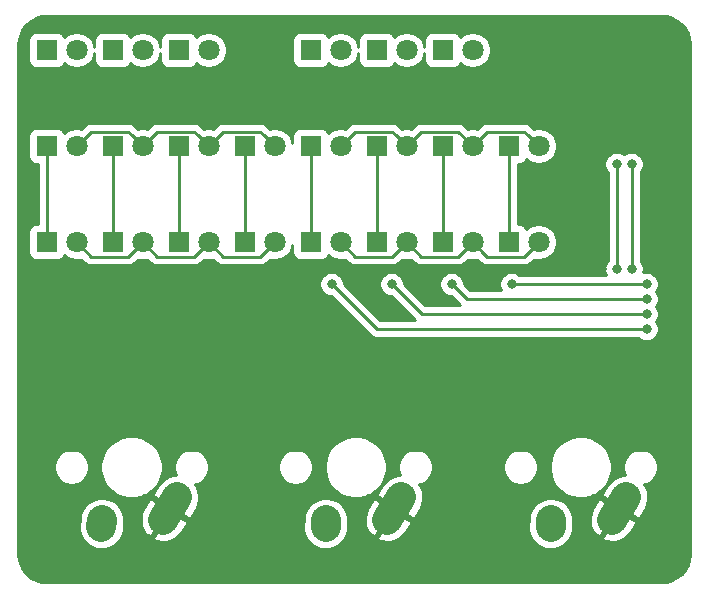
<source format=gtl>
G04 #@! TF.GenerationSoftware,KiCad,Pcbnew,(5.1.4-0-10_14)*
G04 #@! TF.CreationDate,2020-04-02T23:17:02+02:00*
G04 #@! TF.ProjectId,threeboard,74687265-6562-46f6-9172-642e6b696361,rev?*
G04 #@! TF.SameCoordinates,Original*
G04 #@! TF.FileFunction,Copper,L1,Top*
G04 #@! TF.FilePolarity,Positive*
%FSLAX46Y46*%
G04 Gerber Fmt 4.6, Leading zero omitted, Abs format (unit mm)*
G04 Created by KiCad (PCBNEW (5.1.4-0-10_14)) date 2020-04-02 23:17:02*
%MOMM*%
%LPD*%
G04 APERTURE LIST*
%ADD10C,2.500000*%
%ADD11C,2.500000*%
%ADD12C,1.800000*%
%ADD13R,1.800000X1.800000*%
%ADD14C,0.800000*%
%ADD15C,0.250000*%
%ADD16C,0.254000*%
G04 APERTURE END LIST*
D10*
X93333250Y-69655250D03*
D11*
X93313526Y-69944578D02*
X93352974Y-69365922D01*
D10*
X99108250Y-68385250D03*
D11*
X98503788Y-69334065D02*
X99712712Y-67436435D01*
D10*
X74283250Y-69655250D03*
D11*
X74263526Y-69944578D02*
X74302974Y-69365922D01*
D10*
X80058250Y-68385250D03*
D11*
X79453788Y-69334065D02*
X80662712Y-67436435D01*
D10*
X55309451Y-69655250D03*
D11*
X55289727Y-69944578D02*
X55329175Y-69365922D01*
D10*
X61084451Y-68385250D03*
D11*
X60479989Y-69334065D02*
X61688913Y-67436435D01*
D12*
X53181250Y-37687250D03*
D13*
X50641250Y-37687250D03*
D12*
X58769250Y-37687250D03*
D13*
X56229250Y-37687250D03*
D12*
X64357250Y-37687250D03*
D13*
X61817250Y-37687250D03*
D12*
X69945250Y-37687250D03*
D13*
X67405250Y-37687250D03*
D12*
X75533250Y-37687250D03*
D13*
X72993250Y-37687250D03*
D12*
X81121250Y-37687250D03*
D13*
X78581250Y-37687250D03*
D12*
X86709250Y-37687250D03*
D13*
X84169250Y-37687250D03*
D12*
X92297250Y-37687250D03*
D13*
X89757250Y-37687250D03*
D12*
X53181250Y-45815250D03*
D13*
X50641250Y-45815250D03*
D12*
X58769250Y-45815250D03*
D13*
X56229250Y-45815250D03*
D12*
X64357250Y-45815250D03*
D13*
X61817250Y-45815250D03*
D12*
X69945250Y-45815250D03*
D13*
X67405250Y-45815250D03*
D12*
X75533250Y-45815250D03*
D13*
X72993250Y-45815250D03*
D12*
X81121250Y-45815250D03*
D13*
X78581250Y-45815250D03*
D12*
X86709250Y-45815250D03*
D13*
X84169250Y-45815250D03*
D12*
X92297250Y-45815250D03*
D13*
X89757250Y-45815250D03*
D12*
X53181250Y-29559250D03*
D13*
X50641250Y-29559250D03*
D12*
X58769250Y-29559250D03*
D13*
X56229250Y-29559250D03*
D12*
X64357250Y-29559250D03*
D13*
X61817250Y-29559250D03*
D12*
X75533250Y-29559250D03*
D13*
X72993250Y-29559250D03*
D12*
X81121250Y-29559250D03*
D13*
X78581250Y-29559250D03*
D12*
X86709250Y-29559250D03*
D13*
X84169250Y-29559250D03*
D14*
X100171250Y-48101250D03*
X100171250Y-39211250D03*
X98901403Y-39211097D03*
X98901250Y-48101250D03*
X97631250Y-48101250D03*
X101441250Y-53181250D03*
X74771250Y-49371250D03*
X101441250Y-51911250D03*
X79851250Y-49371250D03*
X101441250Y-50641250D03*
X84931250Y-49371250D03*
X101441250Y-49371250D03*
X90011250Y-49371250D03*
D15*
X50641250Y-37687250D02*
X50641250Y-45815250D01*
X72993250Y-38837250D02*
X72993250Y-45815250D01*
X72993250Y-37687250D02*
X72993250Y-38837250D01*
X56229250Y-38837250D02*
X56229250Y-45815250D01*
X56229250Y-37687250D02*
X56229250Y-38837250D01*
X78581250Y-37687250D02*
X78581250Y-45815250D01*
X61817250Y-37687250D02*
X61817250Y-45815250D01*
X84169250Y-38837250D02*
X84169250Y-45815250D01*
X84169250Y-38837250D02*
X84169250Y-37687250D01*
X67405250Y-37687250D02*
X67405250Y-45815250D01*
X89757250Y-37687250D02*
X89757250Y-45815250D01*
X100171250Y-41751250D02*
X100171250Y-48101250D01*
X100171250Y-39211250D02*
X100171250Y-41751250D01*
X98901403Y-48101097D02*
X98901250Y-48101250D01*
X98901403Y-39211097D02*
X98901403Y-48101097D01*
X69045251Y-36787251D02*
X69945250Y-37687250D01*
X65582251Y-36462249D02*
X68720249Y-36462249D01*
X68720249Y-36462249D02*
X69045251Y-36787251D01*
X64357250Y-37687250D02*
X65582251Y-36462249D01*
X57869251Y-36787251D02*
X58769250Y-37687250D01*
X57544249Y-36462249D02*
X57869251Y-36787251D01*
X54406251Y-36462249D02*
X57544249Y-36462249D01*
X53181250Y-37687250D02*
X54406251Y-36462249D01*
X63457251Y-36787251D02*
X64357250Y-37687250D01*
X63132249Y-36462249D02*
X63457251Y-36787251D01*
X59994251Y-36462249D02*
X63132249Y-36462249D01*
X58769250Y-37687250D02*
X59994251Y-36462249D01*
X79896249Y-36462249D02*
X80221251Y-36787251D01*
X80221251Y-36787251D02*
X81121250Y-37687250D01*
X76758251Y-36462249D02*
X79896249Y-36462249D01*
X75533250Y-37687250D02*
X76758251Y-36462249D01*
X82346251Y-36462249D02*
X85484249Y-36462249D01*
X81121250Y-37687250D02*
X82346251Y-36462249D01*
X86709250Y-37687250D02*
X85484249Y-36462249D01*
X91397251Y-36787251D02*
X92297250Y-37687250D01*
X91072249Y-36462249D02*
X91397251Y-36787251D01*
X87934251Y-36462249D02*
X91072249Y-36462249D01*
X86709250Y-37687250D02*
X87934251Y-36462249D01*
X57544249Y-47040251D02*
X57869251Y-46715249D01*
X57869251Y-46715249D02*
X58769250Y-45815250D01*
X54406251Y-47040251D02*
X57544249Y-47040251D01*
X53181250Y-45815250D02*
X54406251Y-47040251D01*
X63457251Y-46715249D02*
X64357250Y-45815250D01*
X63132249Y-47040251D02*
X63457251Y-46715249D01*
X59994251Y-47040251D02*
X63132249Y-47040251D01*
X58769250Y-45815250D02*
X59994251Y-47040251D01*
X69045251Y-46715249D02*
X69945250Y-45815250D01*
X68720249Y-47040251D02*
X69045251Y-46715249D01*
X65582251Y-47040251D02*
X68720249Y-47040251D01*
X64357250Y-45815250D02*
X65582251Y-47040251D01*
X80221251Y-46715249D02*
X81121250Y-45815250D01*
X76758251Y-47040251D02*
X79896249Y-47040251D01*
X79896249Y-47040251D02*
X80221251Y-46715249D01*
X75533250Y-45815250D02*
X76758251Y-47040251D01*
X85809251Y-46715249D02*
X86709250Y-45815250D01*
X85484249Y-47040251D02*
X85809251Y-46715249D01*
X82346251Y-47040251D02*
X85484249Y-47040251D01*
X81121250Y-45815250D02*
X82346251Y-47040251D01*
X87609249Y-46715249D02*
X86709250Y-45815250D01*
X91072249Y-47040251D02*
X87934251Y-47040251D01*
X87934251Y-47040251D02*
X87609249Y-46715249D01*
X92297250Y-45815250D02*
X91072249Y-47040251D01*
X78581250Y-53181250D02*
X74771250Y-49371250D01*
X101441250Y-53181250D02*
X78581250Y-53181250D01*
X82391250Y-51911250D02*
X79851250Y-49371250D01*
X101441250Y-51911250D02*
X82391250Y-51911250D01*
X86201250Y-50641250D02*
X100171250Y-50641250D01*
X86201250Y-50641250D02*
X84931250Y-49371250D01*
X101441250Y-50641250D02*
X100171250Y-50641250D01*
X90011250Y-49371250D02*
X100368248Y-49371250D01*
X101441250Y-49371250D02*
X100368248Y-49371250D01*
D16*
G36*
X103174466Y-26711834D02*
G01*
X103620043Y-26846362D01*
X104030996Y-27064870D01*
X104391684Y-27359038D01*
X104688369Y-27717669D01*
X104909741Y-28127088D01*
X105047376Y-28571715D01*
X105099251Y-29065271D01*
X105099250Y-72198971D01*
X105050666Y-72694466D01*
X104916140Y-73140040D01*
X104697632Y-73550995D01*
X104403459Y-73911686D01*
X104044831Y-74208369D01*
X103635412Y-74429741D01*
X103190785Y-74567376D01*
X102697240Y-74619250D01*
X50673529Y-74619250D01*
X50178034Y-74570666D01*
X49732460Y-74436140D01*
X49321505Y-74217632D01*
X48960814Y-73923459D01*
X48664131Y-73564831D01*
X48442759Y-73155412D01*
X48305124Y-72710785D01*
X48253250Y-72217240D01*
X48253250Y-69908755D01*
X53402795Y-69908755D01*
X53411172Y-70186895D01*
X53494541Y-70548727D01*
X53646899Y-70887342D01*
X53862390Y-71189727D01*
X54132732Y-71444261D01*
X54447538Y-71641165D01*
X54794708Y-71772868D01*
X55160901Y-71834311D01*
X55532044Y-71823133D01*
X55893876Y-71739764D01*
X56232491Y-71587406D01*
X56534876Y-71371915D01*
X56789410Y-71101573D01*
X56944097Y-70854262D01*
X59662100Y-70854262D01*
X59846521Y-71109437D01*
X60027591Y-71168375D01*
X60394140Y-71221387D01*
X60763988Y-71201871D01*
X61122922Y-71110577D01*
X61457148Y-70951011D01*
X61753823Y-70729308D01*
X62001545Y-70453986D01*
X62348895Y-69908755D01*
X72376594Y-69908755D01*
X72384971Y-70186895D01*
X72468340Y-70548727D01*
X72620698Y-70887342D01*
X72836189Y-71189727D01*
X73106531Y-71444261D01*
X73421337Y-71641165D01*
X73768507Y-71772868D01*
X74134700Y-71834311D01*
X74505843Y-71823133D01*
X74867675Y-71739764D01*
X75206290Y-71587406D01*
X75508675Y-71371915D01*
X75763209Y-71101573D01*
X75917896Y-70854262D01*
X78635899Y-70854262D01*
X78820320Y-71109437D01*
X79001390Y-71168375D01*
X79367939Y-71221387D01*
X79737787Y-71201871D01*
X80096721Y-71110577D01*
X80430947Y-70951011D01*
X80727622Y-70729308D01*
X80975344Y-70453986D01*
X81322694Y-69908755D01*
X91426594Y-69908755D01*
X91434971Y-70186895D01*
X91518340Y-70548727D01*
X91670698Y-70887342D01*
X91886189Y-71189727D01*
X92156531Y-71444261D01*
X92471337Y-71641165D01*
X92818507Y-71772868D01*
X93184700Y-71834311D01*
X93555843Y-71823133D01*
X93917675Y-71739764D01*
X94256290Y-71587406D01*
X94558675Y-71371915D01*
X94813209Y-71101573D01*
X94967896Y-70854262D01*
X97685899Y-70854262D01*
X97870320Y-71109437D01*
X98051390Y-71168375D01*
X98417939Y-71221387D01*
X98787787Y-71201871D01*
X99146721Y-71110577D01*
X99480947Y-70951011D01*
X99777622Y-70729308D01*
X100025344Y-70453986D01*
X100629806Y-69505170D01*
X99147124Y-68560598D01*
X97685899Y-70854262D01*
X94967896Y-70854262D01*
X95010113Y-70786767D01*
X95141816Y-70439597D01*
X95187863Y-70165166D01*
X95233060Y-69502157D01*
X96622007Y-69502157D01*
X96690957Y-69866044D01*
X96829575Y-70209488D01*
X97032531Y-70519290D01*
X97162470Y-70658487D01*
X97471677Y-70717787D01*
X98932902Y-68424124D01*
X97450220Y-67479551D01*
X96845758Y-68428366D01*
X96700923Y-68769235D01*
X96625372Y-69131809D01*
X96622007Y-69502157D01*
X95233060Y-69502157D01*
X95239906Y-69401746D01*
X95231529Y-69123605D01*
X95148160Y-68761773D01*
X94995802Y-68423158D01*
X94780311Y-68120773D01*
X94509969Y-67866239D01*
X94195163Y-67669336D01*
X93847993Y-67537632D01*
X93481800Y-67476189D01*
X93110657Y-67487367D01*
X92748825Y-67570736D01*
X92410210Y-67723094D01*
X92107825Y-67938585D01*
X91853291Y-68208927D01*
X91656387Y-68523733D01*
X91524684Y-68870903D01*
X91478637Y-69145334D01*
X91426594Y-69908755D01*
X81322694Y-69908755D01*
X81579806Y-69505170D01*
X80097124Y-68560598D01*
X78635899Y-70854262D01*
X75917896Y-70854262D01*
X75960113Y-70786767D01*
X76091816Y-70439597D01*
X76137863Y-70165166D01*
X76183060Y-69502157D01*
X77572007Y-69502157D01*
X77640957Y-69866044D01*
X77779575Y-70209488D01*
X77982531Y-70519290D01*
X78112470Y-70658487D01*
X78421677Y-70717787D01*
X79882902Y-68424124D01*
X78400220Y-67479551D01*
X77795758Y-68428366D01*
X77650923Y-68769235D01*
X77575372Y-69131809D01*
X77572007Y-69502157D01*
X76183060Y-69502157D01*
X76189906Y-69401746D01*
X76181529Y-69123605D01*
X76098160Y-68761773D01*
X75945802Y-68423158D01*
X75730311Y-68120773D01*
X75459969Y-67866239D01*
X75145163Y-67669336D01*
X74797993Y-67537632D01*
X74431800Y-67476189D01*
X74060657Y-67487367D01*
X73698825Y-67570736D01*
X73360210Y-67723094D01*
X73057825Y-67938585D01*
X72803291Y-68208927D01*
X72606387Y-68523733D01*
X72474684Y-68870903D01*
X72428637Y-69145334D01*
X72376594Y-69908755D01*
X62348895Y-69908755D01*
X62606007Y-69505170D01*
X61123325Y-68560598D01*
X59662100Y-70854262D01*
X56944097Y-70854262D01*
X56986314Y-70786767D01*
X57118017Y-70439597D01*
X57164064Y-70165166D01*
X57209261Y-69502157D01*
X58598208Y-69502157D01*
X58667158Y-69866044D01*
X58805776Y-70209488D01*
X59008732Y-70519290D01*
X59138671Y-70658487D01*
X59447878Y-70717787D01*
X60909103Y-68424124D01*
X59426421Y-67479551D01*
X58821959Y-68428366D01*
X58677124Y-68769235D01*
X58601573Y-69131809D01*
X58598208Y-69502157D01*
X57209261Y-69502157D01*
X57216107Y-69401746D01*
X57207730Y-69123605D01*
X57124361Y-68761773D01*
X56972003Y-68423158D01*
X56756512Y-68120773D01*
X56486170Y-67866239D01*
X56171364Y-67669336D01*
X55824194Y-67537632D01*
X55458001Y-67476189D01*
X55086858Y-67487367D01*
X54725026Y-67570736D01*
X54386411Y-67723094D01*
X54084026Y-67938585D01*
X53829492Y-68208927D01*
X53632588Y-68523733D01*
X53500885Y-68870903D01*
X53454838Y-69145334D01*
X53402795Y-69908755D01*
X48253250Y-69908755D01*
X48253250Y-64718902D01*
X51263551Y-64718902D01*
X51263551Y-65011598D01*
X51320653Y-65298671D01*
X51432663Y-65569088D01*
X51595277Y-65812456D01*
X51802245Y-66019424D01*
X52045613Y-66182038D01*
X52316030Y-66294048D01*
X52603103Y-66351150D01*
X52895799Y-66351150D01*
X53182872Y-66294048D01*
X53453289Y-66182038D01*
X53696657Y-66019424D01*
X53903625Y-65812456D01*
X54066239Y-65569088D01*
X54178249Y-65298671D01*
X54235351Y-65011598D01*
X54235351Y-64718902D01*
X54212959Y-64606326D01*
X55200551Y-64606326D01*
X55200551Y-65124174D01*
X55301578Y-65632072D01*
X55499750Y-66110501D01*
X55787451Y-66541076D01*
X56153625Y-66907250D01*
X56584200Y-67194951D01*
X57062629Y-67393123D01*
X57570527Y-67494150D01*
X58088375Y-67494150D01*
X58596273Y-67393123D01*
X58904792Y-67265330D01*
X59562895Y-67265330D01*
X61045577Y-68209902D01*
X61056323Y-68193034D01*
X61270544Y-68329509D01*
X61259799Y-68346376D01*
X62742481Y-69290949D01*
X63346943Y-68342134D01*
X63491778Y-68001265D01*
X63567329Y-67638691D01*
X63570694Y-67268343D01*
X63501744Y-66904456D01*
X63363126Y-66561012D01*
X63206062Y-66321261D01*
X63342872Y-66294048D01*
X63613289Y-66182038D01*
X63856657Y-66019424D01*
X64063625Y-65812456D01*
X64226239Y-65569088D01*
X64338249Y-65298671D01*
X64395351Y-65011598D01*
X64395351Y-64718902D01*
X70237350Y-64718902D01*
X70237350Y-65011598D01*
X70294452Y-65298671D01*
X70406462Y-65569088D01*
X70569076Y-65812456D01*
X70776044Y-66019424D01*
X71019412Y-66182038D01*
X71289829Y-66294048D01*
X71576902Y-66351150D01*
X71869598Y-66351150D01*
X72156671Y-66294048D01*
X72427088Y-66182038D01*
X72670456Y-66019424D01*
X72877424Y-65812456D01*
X73040038Y-65569088D01*
X73152048Y-65298671D01*
X73209150Y-65011598D01*
X73209150Y-64718902D01*
X73186758Y-64606326D01*
X74174350Y-64606326D01*
X74174350Y-65124174D01*
X74275377Y-65632072D01*
X74473549Y-66110501D01*
X74761250Y-66541076D01*
X75127424Y-66907250D01*
X75557999Y-67194951D01*
X76036428Y-67393123D01*
X76544326Y-67494150D01*
X77062174Y-67494150D01*
X77570072Y-67393123D01*
X77878591Y-67265330D01*
X78536694Y-67265330D01*
X80019376Y-68209902D01*
X80030122Y-68193034D01*
X80244343Y-68329509D01*
X80233598Y-68346376D01*
X81716280Y-69290949D01*
X82320742Y-68342134D01*
X82465577Y-68001265D01*
X82541128Y-67638691D01*
X82544493Y-67268343D01*
X82475543Y-66904456D01*
X82336925Y-66561012D01*
X82179861Y-66321261D01*
X82316671Y-66294048D01*
X82587088Y-66182038D01*
X82830456Y-66019424D01*
X83037424Y-65812456D01*
X83200038Y-65569088D01*
X83312048Y-65298671D01*
X83369150Y-65011598D01*
X83369150Y-64718902D01*
X89287350Y-64718902D01*
X89287350Y-65011598D01*
X89344452Y-65298671D01*
X89456462Y-65569088D01*
X89619076Y-65812456D01*
X89826044Y-66019424D01*
X90069412Y-66182038D01*
X90339829Y-66294048D01*
X90626902Y-66351150D01*
X90919598Y-66351150D01*
X91206671Y-66294048D01*
X91477088Y-66182038D01*
X91720456Y-66019424D01*
X91927424Y-65812456D01*
X92090038Y-65569088D01*
X92202048Y-65298671D01*
X92259150Y-65011598D01*
X92259150Y-64718902D01*
X92236758Y-64606326D01*
X93224350Y-64606326D01*
X93224350Y-65124174D01*
X93325377Y-65632072D01*
X93523549Y-66110501D01*
X93811250Y-66541076D01*
X94177424Y-66907250D01*
X94607999Y-67194951D01*
X95086428Y-67393123D01*
X95594326Y-67494150D01*
X96112174Y-67494150D01*
X96620072Y-67393123D01*
X96928591Y-67265330D01*
X97586694Y-67265330D01*
X99069376Y-68209902D01*
X99080122Y-68193034D01*
X99294343Y-68329509D01*
X99283598Y-68346376D01*
X100766280Y-69290949D01*
X101370742Y-68342134D01*
X101515577Y-68001265D01*
X101591128Y-67638691D01*
X101594493Y-67268343D01*
X101525543Y-66904456D01*
X101386925Y-66561012D01*
X101229861Y-66321261D01*
X101366671Y-66294048D01*
X101637088Y-66182038D01*
X101880456Y-66019424D01*
X102087424Y-65812456D01*
X102250038Y-65569088D01*
X102362048Y-65298671D01*
X102419150Y-65011598D01*
X102419150Y-64718902D01*
X102362048Y-64431829D01*
X102250038Y-64161412D01*
X102087424Y-63918044D01*
X101880456Y-63711076D01*
X101637088Y-63548462D01*
X101366671Y-63436452D01*
X101079598Y-63379350D01*
X100786902Y-63379350D01*
X100499829Y-63436452D01*
X100229412Y-63548462D01*
X99986044Y-63711076D01*
X99779076Y-63918044D01*
X99616462Y-64161412D01*
X99504452Y-64431829D01*
X99447350Y-64718902D01*
X99447350Y-65011598D01*
X99504452Y-65298671D01*
X99612260Y-65558944D01*
X99428713Y-65568629D01*
X99069779Y-65659923D01*
X98735553Y-65819489D01*
X98438878Y-66041192D01*
X98191156Y-66316514D01*
X97586694Y-67265330D01*
X96928591Y-67265330D01*
X97098501Y-67194951D01*
X97529076Y-66907250D01*
X97895250Y-66541076D01*
X98182951Y-66110501D01*
X98381123Y-65632072D01*
X98482150Y-65124174D01*
X98482150Y-64606326D01*
X98381123Y-64098428D01*
X98182951Y-63619999D01*
X97895250Y-63189424D01*
X97529076Y-62823250D01*
X97098501Y-62535549D01*
X96620072Y-62337377D01*
X96112174Y-62236350D01*
X95594326Y-62236350D01*
X95086428Y-62337377D01*
X94607999Y-62535549D01*
X94177424Y-62823250D01*
X93811250Y-63189424D01*
X93523549Y-63619999D01*
X93325377Y-64098428D01*
X93224350Y-64606326D01*
X92236758Y-64606326D01*
X92202048Y-64431829D01*
X92090038Y-64161412D01*
X91927424Y-63918044D01*
X91720456Y-63711076D01*
X91477088Y-63548462D01*
X91206671Y-63436452D01*
X90919598Y-63379350D01*
X90626902Y-63379350D01*
X90339829Y-63436452D01*
X90069412Y-63548462D01*
X89826044Y-63711076D01*
X89619076Y-63918044D01*
X89456462Y-64161412D01*
X89344452Y-64431829D01*
X89287350Y-64718902D01*
X83369150Y-64718902D01*
X83312048Y-64431829D01*
X83200038Y-64161412D01*
X83037424Y-63918044D01*
X82830456Y-63711076D01*
X82587088Y-63548462D01*
X82316671Y-63436452D01*
X82029598Y-63379350D01*
X81736902Y-63379350D01*
X81449829Y-63436452D01*
X81179412Y-63548462D01*
X80936044Y-63711076D01*
X80729076Y-63918044D01*
X80566462Y-64161412D01*
X80454452Y-64431829D01*
X80397350Y-64718902D01*
X80397350Y-65011598D01*
X80454452Y-65298671D01*
X80562260Y-65558944D01*
X80378713Y-65568629D01*
X80019779Y-65659923D01*
X79685553Y-65819489D01*
X79388878Y-66041192D01*
X79141156Y-66316514D01*
X78536694Y-67265330D01*
X77878591Y-67265330D01*
X78048501Y-67194951D01*
X78479076Y-66907250D01*
X78845250Y-66541076D01*
X79132951Y-66110501D01*
X79331123Y-65632072D01*
X79432150Y-65124174D01*
X79432150Y-64606326D01*
X79331123Y-64098428D01*
X79132951Y-63619999D01*
X78845250Y-63189424D01*
X78479076Y-62823250D01*
X78048501Y-62535549D01*
X77570072Y-62337377D01*
X77062174Y-62236350D01*
X76544326Y-62236350D01*
X76036428Y-62337377D01*
X75557999Y-62535549D01*
X75127424Y-62823250D01*
X74761250Y-63189424D01*
X74473549Y-63619999D01*
X74275377Y-64098428D01*
X74174350Y-64606326D01*
X73186758Y-64606326D01*
X73152048Y-64431829D01*
X73040038Y-64161412D01*
X72877424Y-63918044D01*
X72670456Y-63711076D01*
X72427088Y-63548462D01*
X72156671Y-63436452D01*
X71869598Y-63379350D01*
X71576902Y-63379350D01*
X71289829Y-63436452D01*
X71019412Y-63548462D01*
X70776044Y-63711076D01*
X70569076Y-63918044D01*
X70406462Y-64161412D01*
X70294452Y-64431829D01*
X70237350Y-64718902D01*
X64395351Y-64718902D01*
X64338249Y-64431829D01*
X64226239Y-64161412D01*
X64063625Y-63918044D01*
X63856657Y-63711076D01*
X63613289Y-63548462D01*
X63342872Y-63436452D01*
X63055799Y-63379350D01*
X62763103Y-63379350D01*
X62476030Y-63436452D01*
X62205613Y-63548462D01*
X61962245Y-63711076D01*
X61755277Y-63918044D01*
X61592663Y-64161412D01*
X61480653Y-64431829D01*
X61423551Y-64718902D01*
X61423551Y-65011598D01*
X61480653Y-65298671D01*
X61588461Y-65558944D01*
X61404914Y-65568629D01*
X61045980Y-65659923D01*
X60711754Y-65819489D01*
X60415079Y-66041192D01*
X60167357Y-66316514D01*
X59562895Y-67265330D01*
X58904792Y-67265330D01*
X59074702Y-67194951D01*
X59505277Y-66907250D01*
X59871451Y-66541076D01*
X60159152Y-66110501D01*
X60357324Y-65632072D01*
X60458351Y-65124174D01*
X60458351Y-64606326D01*
X60357324Y-64098428D01*
X60159152Y-63619999D01*
X59871451Y-63189424D01*
X59505277Y-62823250D01*
X59074702Y-62535549D01*
X58596273Y-62337377D01*
X58088375Y-62236350D01*
X57570527Y-62236350D01*
X57062629Y-62337377D01*
X56584200Y-62535549D01*
X56153625Y-62823250D01*
X55787451Y-63189424D01*
X55499750Y-63619999D01*
X55301578Y-64098428D01*
X55200551Y-64606326D01*
X54212959Y-64606326D01*
X54178249Y-64431829D01*
X54066239Y-64161412D01*
X53903625Y-63918044D01*
X53696657Y-63711076D01*
X53453289Y-63548462D01*
X53182872Y-63436452D01*
X52895799Y-63379350D01*
X52603103Y-63379350D01*
X52316030Y-63436452D01*
X52045613Y-63548462D01*
X51802245Y-63711076D01*
X51595277Y-63918044D01*
X51432663Y-64161412D01*
X51320653Y-64431829D01*
X51263551Y-64718902D01*
X48253250Y-64718902D01*
X48253250Y-49269311D01*
X73736250Y-49269311D01*
X73736250Y-49473189D01*
X73776024Y-49673148D01*
X73854045Y-49861506D01*
X73967313Y-50031024D01*
X74111476Y-50175187D01*
X74280994Y-50288455D01*
X74469352Y-50366476D01*
X74669311Y-50406250D01*
X74731449Y-50406250D01*
X78017451Y-53692253D01*
X78041249Y-53721251D01*
X78156974Y-53816224D01*
X78289003Y-53886796D01*
X78432264Y-53930253D01*
X78543917Y-53941250D01*
X78543925Y-53941250D01*
X78581250Y-53944926D01*
X78618575Y-53941250D01*
X100737539Y-53941250D01*
X100781476Y-53985187D01*
X100950994Y-54098455D01*
X101139352Y-54176476D01*
X101339311Y-54216250D01*
X101543189Y-54216250D01*
X101743148Y-54176476D01*
X101931506Y-54098455D01*
X102101024Y-53985187D01*
X102245187Y-53841024D01*
X102358455Y-53671506D01*
X102436476Y-53483148D01*
X102476250Y-53283189D01*
X102476250Y-53079311D01*
X102436476Y-52879352D01*
X102358455Y-52690994D01*
X102261740Y-52546250D01*
X102358455Y-52401506D01*
X102436476Y-52213148D01*
X102476250Y-52013189D01*
X102476250Y-51809311D01*
X102436476Y-51609352D01*
X102358455Y-51420994D01*
X102261740Y-51276250D01*
X102358455Y-51131506D01*
X102436476Y-50943148D01*
X102476250Y-50743189D01*
X102476250Y-50539311D01*
X102436476Y-50339352D01*
X102358455Y-50150994D01*
X102261740Y-50006250D01*
X102358455Y-49861506D01*
X102436476Y-49673148D01*
X102476250Y-49473189D01*
X102476250Y-49269311D01*
X102436476Y-49069352D01*
X102358455Y-48880994D01*
X102245187Y-48711476D01*
X102101024Y-48567313D01*
X101931506Y-48454045D01*
X101743148Y-48376024D01*
X101543189Y-48336250D01*
X101339311Y-48336250D01*
X101173211Y-48369289D01*
X101206250Y-48203189D01*
X101206250Y-47999311D01*
X101166476Y-47799352D01*
X101088455Y-47610994D01*
X100975187Y-47441476D01*
X100931250Y-47397539D01*
X100931250Y-39914961D01*
X100975187Y-39871024D01*
X101088455Y-39701506D01*
X101166476Y-39513148D01*
X101206250Y-39313189D01*
X101206250Y-39109311D01*
X101166476Y-38909352D01*
X101088455Y-38720994D01*
X100975187Y-38551476D01*
X100831024Y-38407313D01*
X100661506Y-38294045D01*
X100473148Y-38216024D01*
X100273189Y-38176250D01*
X100069311Y-38176250D01*
X99869352Y-38216024D01*
X99680994Y-38294045D01*
X99536441Y-38390632D01*
X99391659Y-38293892D01*
X99203301Y-38215871D01*
X99003342Y-38176097D01*
X98799464Y-38176097D01*
X98599505Y-38215871D01*
X98411147Y-38293892D01*
X98241629Y-38407160D01*
X98097466Y-38551323D01*
X97984198Y-38720841D01*
X97906177Y-38909199D01*
X97866403Y-39109158D01*
X97866403Y-39313036D01*
X97906177Y-39512995D01*
X97984198Y-39701353D01*
X98097466Y-39870871D01*
X98141403Y-39914808D01*
X98141404Y-47397385D01*
X98097313Y-47441476D01*
X97984045Y-47610994D01*
X97906024Y-47799352D01*
X97866250Y-47999311D01*
X97866250Y-48203189D01*
X97906024Y-48403148D01*
X97984045Y-48591506D01*
X97997237Y-48611250D01*
X90714961Y-48611250D01*
X90671024Y-48567313D01*
X90501506Y-48454045D01*
X90313148Y-48376024D01*
X90113189Y-48336250D01*
X89909311Y-48336250D01*
X89709352Y-48376024D01*
X89520994Y-48454045D01*
X89351476Y-48567313D01*
X89207313Y-48711476D01*
X89094045Y-48880994D01*
X89016024Y-49069352D01*
X88976250Y-49269311D01*
X88976250Y-49473189D01*
X89016024Y-49673148D01*
X89094045Y-49861506D01*
X89107237Y-49881250D01*
X86516052Y-49881250D01*
X85966250Y-49331449D01*
X85966250Y-49269311D01*
X85926476Y-49069352D01*
X85848455Y-48880994D01*
X85735187Y-48711476D01*
X85591024Y-48567313D01*
X85421506Y-48454045D01*
X85233148Y-48376024D01*
X85033189Y-48336250D01*
X84829311Y-48336250D01*
X84629352Y-48376024D01*
X84440994Y-48454045D01*
X84271476Y-48567313D01*
X84127313Y-48711476D01*
X84014045Y-48880994D01*
X83936024Y-49069352D01*
X83896250Y-49269311D01*
X83896250Y-49473189D01*
X83936024Y-49673148D01*
X84014045Y-49861506D01*
X84127313Y-50031024D01*
X84271476Y-50175187D01*
X84440994Y-50288455D01*
X84629352Y-50366476D01*
X84829311Y-50406250D01*
X84891449Y-50406250D01*
X85636448Y-51151250D01*
X82706053Y-51151250D01*
X80886250Y-49331449D01*
X80886250Y-49269311D01*
X80846476Y-49069352D01*
X80768455Y-48880994D01*
X80655187Y-48711476D01*
X80511024Y-48567313D01*
X80341506Y-48454045D01*
X80153148Y-48376024D01*
X79953189Y-48336250D01*
X79749311Y-48336250D01*
X79549352Y-48376024D01*
X79360994Y-48454045D01*
X79191476Y-48567313D01*
X79047313Y-48711476D01*
X78934045Y-48880994D01*
X78856024Y-49069352D01*
X78816250Y-49269311D01*
X78816250Y-49473189D01*
X78856024Y-49673148D01*
X78934045Y-49861506D01*
X79047313Y-50031024D01*
X79191476Y-50175187D01*
X79360994Y-50288455D01*
X79549352Y-50366476D01*
X79749311Y-50406250D01*
X79811449Y-50406250D01*
X81826447Y-52421250D01*
X78896052Y-52421250D01*
X75806250Y-49331449D01*
X75806250Y-49269311D01*
X75766476Y-49069352D01*
X75688455Y-48880994D01*
X75575187Y-48711476D01*
X75431024Y-48567313D01*
X75261506Y-48454045D01*
X75073148Y-48376024D01*
X74873189Y-48336250D01*
X74669311Y-48336250D01*
X74469352Y-48376024D01*
X74280994Y-48454045D01*
X74111476Y-48567313D01*
X73967313Y-48711476D01*
X73854045Y-48880994D01*
X73776024Y-49069352D01*
X73736250Y-49269311D01*
X48253250Y-49269311D01*
X48253250Y-36787250D01*
X49103178Y-36787250D01*
X49103178Y-38587250D01*
X49115438Y-38711732D01*
X49151748Y-38831430D01*
X49210713Y-38941744D01*
X49290065Y-39038435D01*
X49386756Y-39117787D01*
X49497070Y-39176752D01*
X49616768Y-39213062D01*
X49741250Y-39225322D01*
X49881250Y-39225322D01*
X49881251Y-44277178D01*
X49741250Y-44277178D01*
X49616768Y-44289438D01*
X49497070Y-44325748D01*
X49386756Y-44384713D01*
X49290065Y-44464065D01*
X49210713Y-44560756D01*
X49151748Y-44671070D01*
X49115438Y-44790768D01*
X49103178Y-44915250D01*
X49103178Y-46715250D01*
X49115438Y-46839732D01*
X49151748Y-46959430D01*
X49210713Y-47069744D01*
X49290065Y-47166435D01*
X49386756Y-47245787D01*
X49497070Y-47304752D01*
X49616768Y-47341062D01*
X49741250Y-47353322D01*
X51541250Y-47353322D01*
X51665732Y-47341062D01*
X51785430Y-47304752D01*
X51895744Y-47245787D01*
X51992435Y-47166435D01*
X52071787Y-47069744D01*
X52130752Y-46959430D01*
X52136306Y-46941123D01*
X52202745Y-47007562D01*
X52454155Y-47175549D01*
X52733507Y-47291261D01*
X53030066Y-47350250D01*
X53332434Y-47350250D01*
X53590180Y-47298981D01*
X53842452Y-47551254D01*
X53866250Y-47580252D01*
X53895248Y-47604050D01*
X53981974Y-47675225D01*
X54114004Y-47745797D01*
X54257265Y-47789254D01*
X54368918Y-47800251D01*
X54368927Y-47800251D01*
X54406250Y-47803927D01*
X54443573Y-47800251D01*
X57506927Y-47800251D01*
X57544249Y-47803927D01*
X57581571Y-47800251D01*
X57581582Y-47800251D01*
X57693235Y-47789254D01*
X57836496Y-47745797D01*
X57968525Y-47675225D01*
X58084250Y-47580252D01*
X58108053Y-47551248D01*
X58360320Y-47298981D01*
X58618066Y-47350250D01*
X58920434Y-47350250D01*
X59178180Y-47298981D01*
X59430452Y-47551254D01*
X59454250Y-47580252D01*
X59483248Y-47604050D01*
X59569974Y-47675225D01*
X59702004Y-47745797D01*
X59845265Y-47789254D01*
X59956918Y-47800251D01*
X59956927Y-47800251D01*
X59994250Y-47803927D01*
X60031573Y-47800251D01*
X63094927Y-47800251D01*
X63132249Y-47803927D01*
X63169571Y-47800251D01*
X63169582Y-47800251D01*
X63281235Y-47789254D01*
X63424496Y-47745797D01*
X63556525Y-47675225D01*
X63672250Y-47580252D01*
X63696053Y-47551248D01*
X63948320Y-47298981D01*
X64206066Y-47350250D01*
X64508434Y-47350250D01*
X64766180Y-47298981D01*
X65018452Y-47551254D01*
X65042250Y-47580252D01*
X65071248Y-47604050D01*
X65157974Y-47675225D01*
X65290004Y-47745797D01*
X65433265Y-47789254D01*
X65544918Y-47800251D01*
X65544927Y-47800251D01*
X65582250Y-47803927D01*
X65619573Y-47800251D01*
X68682927Y-47800251D01*
X68720249Y-47803927D01*
X68757571Y-47800251D01*
X68757582Y-47800251D01*
X68869235Y-47789254D01*
X69012496Y-47745797D01*
X69144525Y-47675225D01*
X69260250Y-47580252D01*
X69284053Y-47551248D01*
X69536320Y-47298981D01*
X69794066Y-47350250D01*
X70096434Y-47350250D01*
X70392993Y-47291261D01*
X70672345Y-47175549D01*
X70923755Y-47007562D01*
X71137562Y-46793755D01*
X71305549Y-46542345D01*
X71421261Y-46262993D01*
X71455178Y-46092480D01*
X71455178Y-46715250D01*
X71467438Y-46839732D01*
X71503748Y-46959430D01*
X71562713Y-47069744D01*
X71642065Y-47166435D01*
X71738756Y-47245787D01*
X71849070Y-47304752D01*
X71968768Y-47341062D01*
X72093250Y-47353322D01*
X73893250Y-47353322D01*
X74017732Y-47341062D01*
X74137430Y-47304752D01*
X74247744Y-47245787D01*
X74344435Y-47166435D01*
X74423787Y-47069744D01*
X74482752Y-46959430D01*
X74488306Y-46941123D01*
X74554745Y-47007562D01*
X74806155Y-47175549D01*
X75085507Y-47291261D01*
X75382066Y-47350250D01*
X75684434Y-47350250D01*
X75942180Y-47298981D01*
X76194452Y-47551254D01*
X76218250Y-47580252D01*
X76247248Y-47604050D01*
X76333974Y-47675225D01*
X76466004Y-47745797D01*
X76609265Y-47789254D01*
X76720918Y-47800251D01*
X76720927Y-47800251D01*
X76758250Y-47803927D01*
X76795573Y-47800251D01*
X79858927Y-47800251D01*
X79896249Y-47803927D01*
X79933571Y-47800251D01*
X79933582Y-47800251D01*
X80045235Y-47789254D01*
X80188496Y-47745797D01*
X80320525Y-47675225D01*
X80436250Y-47580252D01*
X80460053Y-47551248D01*
X80712320Y-47298981D01*
X80970066Y-47350250D01*
X81272434Y-47350250D01*
X81530180Y-47298981D01*
X81782452Y-47551254D01*
X81806250Y-47580252D01*
X81835248Y-47604050D01*
X81921974Y-47675225D01*
X82054004Y-47745797D01*
X82197265Y-47789254D01*
X82308918Y-47800251D01*
X82308927Y-47800251D01*
X82346250Y-47803927D01*
X82383573Y-47800251D01*
X85446927Y-47800251D01*
X85484249Y-47803927D01*
X85521571Y-47800251D01*
X85521582Y-47800251D01*
X85633235Y-47789254D01*
X85776496Y-47745797D01*
X85908525Y-47675225D01*
X86024250Y-47580252D01*
X86048053Y-47551248D01*
X86300320Y-47298981D01*
X86558066Y-47350250D01*
X86860434Y-47350250D01*
X87118180Y-47298981D01*
X87370447Y-47551248D01*
X87394250Y-47580252D01*
X87509975Y-47675225D01*
X87642004Y-47745797D01*
X87785265Y-47789254D01*
X87896918Y-47800251D01*
X87896927Y-47800251D01*
X87934250Y-47803927D01*
X87971573Y-47800251D01*
X91034927Y-47800251D01*
X91072249Y-47803927D01*
X91109571Y-47800251D01*
X91109582Y-47800251D01*
X91221235Y-47789254D01*
X91364496Y-47745797D01*
X91496525Y-47675225D01*
X91612250Y-47580252D01*
X91636053Y-47551248D01*
X91888320Y-47298981D01*
X92146066Y-47350250D01*
X92448434Y-47350250D01*
X92744993Y-47291261D01*
X93024345Y-47175549D01*
X93275755Y-47007562D01*
X93489562Y-46793755D01*
X93657549Y-46542345D01*
X93773261Y-46262993D01*
X93832250Y-45966434D01*
X93832250Y-45664066D01*
X93773261Y-45367507D01*
X93657549Y-45088155D01*
X93489562Y-44836745D01*
X93275755Y-44622938D01*
X93024345Y-44454951D01*
X92744993Y-44339239D01*
X92448434Y-44280250D01*
X92146066Y-44280250D01*
X91849507Y-44339239D01*
X91570155Y-44454951D01*
X91318745Y-44622938D01*
X91252306Y-44689377D01*
X91246752Y-44671070D01*
X91187787Y-44560756D01*
X91108435Y-44464065D01*
X91011744Y-44384713D01*
X90901430Y-44325748D01*
X90781732Y-44289438D01*
X90657250Y-44277178D01*
X90517250Y-44277178D01*
X90517250Y-39225322D01*
X90657250Y-39225322D01*
X90781732Y-39213062D01*
X90901430Y-39176752D01*
X91011744Y-39117787D01*
X91108435Y-39038435D01*
X91187787Y-38941744D01*
X91246752Y-38831430D01*
X91252306Y-38813123D01*
X91318745Y-38879562D01*
X91570155Y-39047549D01*
X91849507Y-39163261D01*
X92146066Y-39222250D01*
X92448434Y-39222250D01*
X92744993Y-39163261D01*
X93024345Y-39047549D01*
X93275755Y-38879562D01*
X93489562Y-38665755D01*
X93657549Y-38414345D01*
X93773261Y-38134993D01*
X93832250Y-37838434D01*
X93832250Y-37536066D01*
X93773261Y-37239507D01*
X93657549Y-36960155D01*
X93489562Y-36708745D01*
X93275755Y-36494938D01*
X93024345Y-36326951D01*
X92744993Y-36211239D01*
X92448434Y-36152250D01*
X92146066Y-36152250D01*
X91888320Y-36203519D01*
X91636053Y-35951252D01*
X91612250Y-35922248D01*
X91496525Y-35827275D01*
X91364496Y-35756703D01*
X91221235Y-35713246D01*
X91109582Y-35702249D01*
X91109571Y-35702249D01*
X91072249Y-35698573D01*
X91034927Y-35702249D01*
X87971573Y-35702249D01*
X87934250Y-35698573D01*
X87896927Y-35702249D01*
X87896918Y-35702249D01*
X87785265Y-35713246D01*
X87642004Y-35756703D01*
X87509974Y-35827275D01*
X87426334Y-35895917D01*
X87394250Y-35922248D01*
X87370452Y-35951246D01*
X87118180Y-36203519D01*
X86860434Y-36152250D01*
X86558066Y-36152250D01*
X86300320Y-36203519D01*
X86048053Y-35951252D01*
X86024250Y-35922248D01*
X85908525Y-35827275D01*
X85776496Y-35756703D01*
X85633235Y-35713246D01*
X85521582Y-35702249D01*
X85521571Y-35702249D01*
X85484249Y-35698573D01*
X85446927Y-35702249D01*
X82383573Y-35702249D01*
X82346250Y-35698573D01*
X82308927Y-35702249D01*
X82308918Y-35702249D01*
X82197265Y-35713246D01*
X82054004Y-35756703D01*
X81921974Y-35827275D01*
X81838334Y-35895917D01*
X81806250Y-35922248D01*
X81782452Y-35951246D01*
X81530180Y-36203519D01*
X81272434Y-36152250D01*
X80970066Y-36152250D01*
X80712320Y-36203519D01*
X80460053Y-35951252D01*
X80436250Y-35922248D01*
X80320525Y-35827275D01*
X80188496Y-35756703D01*
X80045235Y-35713246D01*
X79933582Y-35702249D01*
X79933571Y-35702249D01*
X79896249Y-35698573D01*
X79858927Y-35702249D01*
X76795573Y-35702249D01*
X76758250Y-35698573D01*
X76720927Y-35702249D01*
X76720918Y-35702249D01*
X76609265Y-35713246D01*
X76466004Y-35756703D01*
X76333974Y-35827275D01*
X76250334Y-35895917D01*
X76218250Y-35922248D01*
X76194452Y-35951246D01*
X75942180Y-36203519D01*
X75684434Y-36152250D01*
X75382066Y-36152250D01*
X75085507Y-36211239D01*
X74806155Y-36326951D01*
X74554745Y-36494938D01*
X74488306Y-36561377D01*
X74482752Y-36543070D01*
X74423787Y-36432756D01*
X74344435Y-36336065D01*
X74247744Y-36256713D01*
X74137430Y-36197748D01*
X74017732Y-36161438D01*
X73893250Y-36149178D01*
X72093250Y-36149178D01*
X71968768Y-36161438D01*
X71849070Y-36197748D01*
X71738756Y-36256713D01*
X71642065Y-36336065D01*
X71562713Y-36432756D01*
X71503748Y-36543070D01*
X71467438Y-36662768D01*
X71455178Y-36787250D01*
X71455178Y-37410020D01*
X71421261Y-37239507D01*
X71305549Y-36960155D01*
X71137562Y-36708745D01*
X70923755Y-36494938D01*
X70672345Y-36326951D01*
X70392993Y-36211239D01*
X70096434Y-36152250D01*
X69794066Y-36152250D01*
X69536320Y-36203519D01*
X69284053Y-35951252D01*
X69260250Y-35922248D01*
X69144525Y-35827275D01*
X69012496Y-35756703D01*
X68869235Y-35713246D01*
X68757582Y-35702249D01*
X68757571Y-35702249D01*
X68720249Y-35698573D01*
X68682927Y-35702249D01*
X65619573Y-35702249D01*
X65582250Y-35698573D01*
X65544927Y-35702249D01*
X65544918Y-35702249D01*
X65433265Y-35713246D01*
X65290004Y-35756703D01*
X65157974Y-35827275D01*
X65074334Y-35895917D01*
X65042250Y-35922248D01*
X65018452Y-35951246D01*
X64766180Y-36203519D01*
X64508434Y-36152250D01*
X64206066Y-36152250D01*
X63948320Y-36203519D01*
X63696053Y-35951252D01*
X63672250Y-35922248D01*
X63556525Y-35827275D01*
X63424496Y-35756703D01*
X63281235Y-35713246D01*
X63169582Y-35702249D01*
X63169571Y-35702249D01*
X63132249Y-35698573D01*
X63094927Y-35702249D01*
X60031573Y-35702249D01*
X59994250Y-35698573D01*
X59956927Y-35702249D01*
X59956918Y-35702249D01*
X59845265Y-35713246D01*
X59702004Y-35756703D01*
X59569974Y-35827275D01*
X59486334Y-35895917D01*
X59454250Y-35922248D01*
X59430452Y-35951246D01*
X59178180Y-36203519D01*
X58920434Y-36152250D01*
X58618066Y-36152250D01*
X58360320Y-36203519D01*
X58108053Y-35951252D01*
X58084250Y-35922248D01*
X57968525Y-35827275D01*
X57836496Y-35756703D01*
X57693235Y-35713246D01*
X57581582Y-35702249D01*
X57581571Y-35702249D01*
X57544249Y-35698573D01*
X57506927Y-35702249D01*
X54443573Y-35702249D01*
X54406250Y-35698573D01*
X54368927Y-35702249D01*
X54368918Y-35702249D01*
X54257265Y-35713246D01*
X54114004Y-35756703D01*
X53981974Y-35827275D01*
X53898334Y-35895917D01*
X53866250Y-35922248D01*
X53842452Y-35951246D01*
X53590180Y-36203519D01*
X53332434Y-36152250D01*
X53030066Y-36152250D01*
X52733507Y-36211239D01*
X52454155Y-36326951D01*
X52202745Y-36494938D01*
X52136306Y-36561377D01*
X52130752Y-36543070D01*
X52071787Y-36432756D01*
X51992435Y-36336065D01*
X51895744Y-36256713D01*
X51785430Y-36197748D01*
X51665732Y-36161438D01*
X51541250Y-36149178D01*
X49741250Y-36149178D01*
X49616768Y-36161438D01*
X49497070Y-36197748D01*
X49386756Y-36256713D01*
X49290065Y-36336065D01*
X49210713Y-36432756D01*
X49151748Y-36543070D01*
X49115438Y-36662768D01*
X49103178Y-36787250D01*
X48253250Y-36787250D01*
X48253250Y-29083529D01*
X48294851Y-28659250D01*
X49103178Y-28659250D01*
X49103178Y-30459250D01*
X49115438Y-30583732D01*
X49151748Y-30703430D01*
X49210713Y-30813744D01*
X49290065Y-30910435D01*
X49386756Y-30989787D01*
X49497070Y-31048752D01*
X49616768Y-31085062D01*
X49741250Y-31097322D01*
X51541250Y-31097322D01*
X51665732Y-31085062D01*
X51785430Y-31048752D01*
X51895744Y-30989787D01*
X51992435Y-30910435D01*
X52071787Y-30813744D01*
X52130752Y-30703430D01*
X52136306Y-30685123D01*
X52202745Y-30751562D01*
X52454155Y-30919549D01*
X52733507Y-31035261D01*
X53030066Y-31094250D01*
X53332434Y-31094250D01*
X53628993Y-31035261D01*
X53908345Y-30919549D01*
X54159755Y-30751562D01*
X54373562Y-30537755D01*
X54541549Y-30286345D01*
X54657261Y-30006993D01*
X54691178Y-29836480D01*
X54691178Y-30459250D01*
X54703438Y-30583732D01*
X54739748Y-30703430D01*
X54798713Y-30813744D01*
X54878065Y-30910435D01*
X54974756Y-30989787D01*
X55085070Y-31048752D01*
X55204768Y-31085062D01*
X55329250Y-31097322D01*
X57129250Y-31097322D01*
X57253732Y-31085062D01*
X57373430Y-31048752D01*
X57483744Y-30989787D01*
X57580435Y-30910435D01*
X57659787Y-30813744D01*
X57718752Y-30703430D01*
X57724306Y-30685123D01*
X57790745Y-30751562D01*
X58042155Y-30919549D01*
X58321507Y-31035261D01*
X58618066Y-31094250D01*
X58920434Y-31094250D01*
X59216993Y-31035261D01*
X59496345Y-30919549D01*
X59747755Y-30751562D01*
X59961562Y-30537755D01*
X60129549Y-30286345D01*
X60245261Y-30006993D01*
X60279178Y-29836480D01*
X60279178Y-30459250D01*
X60291438Y-30583732D01*
X60327748Y-30703430D01*
X60386713Y-30813744D01*
X60466065Y-30910435D01*
X60562756Y-30989787D01*
X60673070Y-31048752D01*
X60792768Y-31085062D01*
X60917250Y-31097322D01*
X62717250Y-31097322D01*
X62841732Y-31085062D01*
X62961430Y-31048752D01*
X63071744Y-30989787D01*
X63168435Y-30910435D01*
X63247787Y-30813744D01*
X63306752Y-30703430D01*
X63312306Y-30685123D01*
X63378745Y-30751562D01*
X63630155Y-30919549D01*
X63909507Y-31035261D01*
X64206066Y-31094250D01*
X64508434Y-31094250D01*
X64804993Y-31035261D01*
X65084345Y-30919549D01*
X65335755Y-30751562D01*
X65549562Y-30537755D01*
X65717549Y-30286345D01*
X65833261Y-30006993D01*
X65892250Y-29710434D01*
X65892250Y-29408066D01*
X65833261Y-29111507D01*
X65717549Y-28832155D01*
X65602018Y-28659250D01*
X71455178Y-28659250D01*
X71455178Y-30459250D01*
X71467438Y-30583732D01*
X71503748Y-30703430D01*
X71562713Y-30813744D01*
X71642065Y-30910435D01*
X71738756Y-30989787D01*
X71849070Y-31048752D01*
X71968768Y-31085062D01*
X72093250Y-31097322D01*
X73893250Y-31097322D01*
X74017732Y-31085062D01*
X74137430Y-31048752D01*
X74247744Y-30989787D01*
X74344435Y-30910435D01*
X74423787Y-30813744D01*
X74482752Y-30703430D01*
X74488306Y-30685123D01*
X74554745Y-30751562D01*
X74806155Y-30919549D01*
X75085507Y-31035261D01*
X75382066Y-31094250D01*
X75684434Y-31094250D01*
X75980993Y-31035261D01*
X76260345Y-30919549D01*
X76511755Y-30751562D01*
X76725562Y-30537755D01*
X76893549Y-30286345D01*
X77009261Y-30006993D01*
X77043178Y-29836480D01*
X77043178Y-30459250D01*
X77055438Y-30583732D01*
X77091748Y-30703430D01*
X77150713Y-30813744D01*
X77230065Y-30910435D01*
X77326756Y-30989787D01*
X77437070Y-31048752D01*
X77556768Y-31085062D01*
X77681250Y-31097322D01*
X79481250Y-31097322D01*
X79605732Y-31085062D01*
X79725430Y-31048752D01*
X79835744Y-30989787D01*
X79932435Y-30910435D01*
X80011787Y-30813744D01*
X80070752Y-30703430D01*
X80076306Y-30685123D01*
X80142745Y-30751562D01*
X80394155Y-30919549D01*
X80673507Y-31035261D01*
X80970066Y-31094250D01*
X81272434Y-31094250D01*
X81568993Y-31035261D01*
X81848345Y-30919549D01*
X82099755Y-30751562D01*
X82313562Y-30537755D01*
X82481549Y-30286345D01*
X82597261Y-30006993D01*
X82631178Y-29836480D01*
X82631178Y-30459250D01*
X82643438Y-30583732D01*
X82679748Y-30703430D01*
X82738713Y-30813744D01*
X82818065Y-30910435D01*
X82914756Y-30989787D01*
X83025070Y-31048752D01*
X83144768Y-31085062D01*
X83269250Y-31097322D01*
X85069250Y-31097322D01*
X85193732Y-31085062D01*
X85313430Y-31048752D01*
X85423744Y-30989787D01*
X85520435Y-30910435D01*
X85599787Y-30813744D01*
X85658752Y-30703430D01*
X85664306Y-30685123D01*
X85730745Y-30751562D01*
X85982155Y-30919549D01*
X86261507Y-31035261D01*
X86558066Y-31094250D01*
X86860434Y-31094250D01*
X87156993Y-31035261D01*
X87436345Y-30919549D01*
X87687755Y-30751562D01*
X87901562Y-30537755D01*
X88069549Y-30286345D01*
X88185261Y-30006993D01*
X88244250Y-29710434D01*
X88244250Y-29408066D01*
X88185261Y-29111507D01*
X88069549Y-28832155D01*
X87901562Y-28580745D01*
X87687755Y-28366938D01*
X87436345Y-28198951D01*
X87156993Y-28083239D01*
X86860434Y-28024250D01*
X86558066Y-28024250D01*
X86261507Y-28083239D01*
X85982155Y-28198951D01*
X85730745Y-28366938D01*
X85664306Y-28433377D01*
X85658752Y-28415070D01*
X85599787Y-28304756D01*
X85520435Y-28208065D01*
X85423744Y-28128713D01*
X85313430Y-28069748D01*
X85193732Y-28033438D01*
X85069250Y-28021178D01*
X83269250Y-28021178D01*
X83144768Y-28033438D01*
X83025070Y-28069748D01*
X82914756Y-28128713D01*
X82818065Y-28208065D01*
X82738713Y-28304756D01*
X82679748Y-28415070D01*
X82643438Y-28534768D01*
X82631178Y-28659250D01*
X82631178Y-29282020D01*
X82597261Y-29111507D01*
X82481549Y-28832155D01*
X82313562Y-28580745D01*
X82099755Y-28366938D01*
X81848345Y-28198951D01*
X81568993Y-28083239D01*
X81272434Y-28024250D01*
X80970066Y-28024250D01*
X80673507Y-28083239D01*
X80394155Y-28198951D01*
X80142745Y-28366938D01*
X80076306Y-28433377D01*
X80070752Y-28415070D01*
X80011787Y-28304756D01*
X79932435Y-28208065D01*
X79835744Y-28128713D01*
X79725430Y-28069748D01*
X79605732Y-28033438D01*
X79481250Y-28021178D01*
X77681250Y-28021178D01*
X77556768Y-28033438D01*
X77437070Y-28069748D01*
X77326756Y-28128713D01*
X77230065Y-28208065D01*
X77150713Y-28304756D01*
X77091748Y-28415070D01*
X77055438Y-28534768D01*
X77043178Y-28659250D01*
X77043178Y-29282020D01*
X77009261Y-29111507D01*
X76893549Y-28832155D01*
X76725562Y-28580745D01*
X76511755Y-28366938D01*
X76260345Y-28198951D01*
X75980993Y-28083239D01*
X75684434Y-28024250D01*
X75382066Y-28024250D01*
X75085507Y-28083239D01*
X74806155Y-28198951D01*
X74554745Y-28366938D01*
X74488306Y-28433377D01*
X74482752Y-28415070D01*
X74423787Y-28304756D01*
X74344435Y-28208065D01*
X74247744Y-28128713D01*
X74137430Y-28069748D01*
X74017732Y-28033438D01*
X73893250Y-28021178D01*
X72093250Y-28021178D01*
X71968768Y-28033438D01*
X71849070Y-28069748D01*
X71738756Y-28128713D01*
X71642065Y-28208065D01*
X71562713Y-28304756D01*
X71503748Y-28415070D01*
X71467438Y-28534768D01*
X71455178Y-28659250D01*
X65602018Y-28659250D01*
X65549562Y-28580745D01*
X65335755Y-28366938D01*
X65084345Y-28198951D01*
X64804993Y-28083239D01*
X64508434Y-28024250D01*
X64206066Y-28024250D01*
X63909507Y-28083239D01*
X63630155Y-28198951D01*
X63378745Y-28366938D01*
X63312306Y-28433377D01*
X63306752Y-28415070D01*
X63247787Y-28304756D01*
X63168435Y-28208065D01*
X63071744Y-28128713D01*
X62961430Y-28069748D01*
X62841732Y-28033438D01*
X62717250Y-28021178D01*
X60917250Y-28021178D01*
X60792768Y-28033438D01*
X60673070Y-28069748D01*
X60562756Y-28128713D01*
X60466065Y-28208065D01*
X60386713Y-28304756D01*
X60327748Y-28415070D01*
X60291438Y-28534768D01*
X60279178Y-28659250D01*
X60279178Y-29282020D01*
X60245261Y-29111507D01*
X60129549Y-28832155D01*
X59961562Y-28580745D01*
X59747755Y-28366938D01*
X59496345Y-28198951D01*
X59216993Y-28083239D01*
X58920434Y-28024250D01*
X58618066Y-28024250D01*
X58321507Y-28083239D01*
X58042155Y-28198951D01*
X57790745Y-28366938D01*
X57724306Y-28433377D01*
X57718752Y-28415070D01*
X57659787Y-28304756D01*
X57580435Y-28208065D01*
X57483744Y-28128713D01*
X57373430Y-28069748D01*
X57253732Y-28033438D01*
X57129250Y-28021178D01*
X55329250Y-28021178D01*
X55204768Y-28033438D01*
X55085070Y-28069748D01*
X54974756Y-28128713D01*
X54878065Y-28208065D01*
X54798713Y-28304756D01*
X54739748Y-28415070D01*
X54703438Y-28534768D01*
X54691178Y-28659250D01*
X54691178Y-29282020D01*
X54657261Y-29111507D01*
X54541549Y-28832155D01*
X54373562Y-28580745D01*
X54159755Y-28366938D01*
X53908345Y-28198951D01*
X53628993Y-28083239D01*
X53332434Y-28024250D01*
X53030066Y-28024250D01*
X52733507Y-28083239D01*
X52454155Y-28198951D01*
X52202745Y-28366938D01*
X52136306Y-28433377D01*
X52130752Y-28415070D01*
X52071787Y-28304756D01*
X51992435Y-28208065D01*
X51895744Y-28128713D01*
X51785430Y-28069748D01*
X51665732Y-28033438D01*
X51541250Y-28021178D01*
X49741250Y-28021178D01*
X49616768Y-28033438D01*
X49497070Y-28069748D01*
X49386756Y-28128713D01*
X49290065Y-28208065D01*
X49210713Y-28304756D01*
X49151748Y-28415070D01*
X49115438Y-28534768D01*
X49103178Y-28659250D01*
X48294851Y-28659250D01*
X48301834Y-28588034D01*
X48436362Y-28142457D01*
X48654870Y-27731504D01*
X48949038Y-27370816D01*
X49307669Y-27074131D01*
X49717088Y-26852759D01*
X50161715Y-26715124D01*
X50655261Y-26663250D01*
X102678971Y-26663250D01*
X103174466Y-26711834D01*
X103174466Y-26711834D01*
G37*
X103174466Y-26711834D02*
X103620043Y-26846362D01*
X104030996Y-27064870D01*
X104391684Y-27359038D01*
X104688369Y-27717669D01*
X104909741Y-28127088D01*
X105047376Y-28571715D01*
X105099251Y-29065271D01*
X105099250Y-72198971D01*
X105050666Y-72694466D01*
X104916140Y-73140040D01*
X104697632Y-73550995D01*
X104403459Y-73911686D01*
X104044831Y-74208369D01*
X103635412Y-74429741D01*
X103190785Y-74567376D01*
X102697240Y-74619250D01*
X50673529Y-74619250D01*
X50178034Y-74570666D01*
X49732460Y-74436140D01*
X49321505Y-74217632D01*
X48960814Y-73923459D01*
X48664131Y-73564831D01*
X48442759Y-73155412D01*
X48305124Y-72710785D01*
X48253250Y-72217240D01*
X48253250Y-69908755D01*
X53402795Y-69908755D01*
X53411172Y-70186895D01*
X53494541Y-70548727D01*
X53646899Y-70887342D01*
X53862390Y-71189727D01*
X54132732Y-71444261D01*
X54447538Y-71641165D01*
X54794708Y-71772868D01*
X55160901Y-71834311D01*
X55532044Y-71823133D01*
X55893876Y-71739764D01*
X56232491Y-71587406D01*
X56534876Y-71371915D01*
X56789410Y-71101573D01*
X56944097Y-70854262D01*
X59662100Y-70854262D01*
X59846521Y-71109437D01*
X60027591Y-71168375D01*
X60394140Y-71221387D01*
X60763988Y-71201871D01*
X61122922Y-71110577D01*
X61457148Y-70951011D01*
X61753823Y-70729308D01*
X62001545Y-70453986D01*
X62348895Y-69908755D01*
X72376594Y-69908755D01*
X72384971Y-70186895D01*
X72468340Y-70548727D01*
X72620698Y-70887342D01*
X72836189Y-71189727D01*
X73106531Y-71444261D01*
X73421337Y-71641165D01*
X73768507Y-71772868D01*
X74134700Y-71834311D01*
X74505843Y-71823133D01*
X74867675Y-71739764D01*
X75206290Y-71587406D01*
X75508675Y-71371915D01*
X75763209Y-71101573D01*
X75917896Y-70854262D01*
X78635899Y-70854262D01*
X78820320Y-71109437D01*
X79001390Y-71168375D01*
X79367939Y-71221387D01*
X79737787Y-71201871D01*
X80096721Y-71110577D01*
X80430947Y-70951011D01*
X80727622Y-70729308D01*
X80975344Y-70453986D01*
X81322694Y-69908755D01*
X91426594Y-69908755D01*
X91434971Y-70186895D01*
X91518340Y-70548727D01*
X91670698Y-70887342D01*
X91886189Y-71189727D01*
X92156531Y-71444261D01*
X92471337Y-71641165D01*
X92818507Y-71772868D01*
X93184700Y-71834311D01*
X93555843Y-71823133D01*
X93917675Y-71739764D01*
X94256290Y-71587406D01*
X94558675Y-71371915D01*
X94813209Y-71101573D01*
X94967896Y-70854262D01*
X97685899Y-70854262D01*
X97870320Y-71109437D01*
X98051390Y-71168375D01*
X98417939Y-71221387D01*
X98787787Y-71201871D01*
X99146721Y-71110577D01*
X99480947Y-70951011D01*
X99777622Y-70729308D01*
X100025344Y-70453986D01*
X100629806Y-69505170D01*
X99147124Y-68560598D01*
X97685899Y-70854262D01*
X94967896Y-70854262D01*
X95010113Y-70786767D01*
X95141816Y-70439597D01*
X95187863Y-70165166D01*
X95233060Y-69502157D01*
X96622007Y-69502157D01*
X96690957Y-69866044D01*
X96829575Y-70209488D01*
X97032531Y-70519290D01*
X97162470Y-70658487D01*
X97471677Y-70717787D01*
X98932902Y-68424124D01*
X97450220Y-67479551D01*
X96845758Y-68428366D01*
X96700923Y-68769235D01*
X96625372Y-69131809D01*
X96622007Y-69502157D01*
X95233060Y-69502157D01*
X95239906Y-69401746D01*
X95231529Y-69123605D01*
X95148160Y-68761773D01*
X94995802Y-68423158D01*
X94780311Y-68120773D01*
X94509969Y-67866239D01*
X94195163Y-67669336D01*
X93847993Y-67537632D01*
X93481800Y-67476189D01*
X93110657Y-67487367D01*
X92748825Y-67570736D01*
X92410210Y-67723094D01*
X92107825Y-67938585D01*
X91853291Y-68208927D01*
X91656387Y-68523733D01*
X91524684Y-68870903D01*
X91478637Y-69145334D01*
X91426594Y-69908755D01*
X81322694Y-69908755D01*
X81579806Y-69505170D01*
X80097124Y-68560598D01*
X78635899Y-70854262D01*
X75917896Y-70854262D01*
X75960113Y-70786767D01*
X76091816Y-70439597D01*
X76137863Y-70165166D01*
X76183060Y-69502157D01*
X77572007Y-69502157D01*
X77640957Y-69866044D01*
X77779575Y-70209488D01*
X77982531Y-70519290D01*
X78112470Y-70658487D01*
X78421677Y-70717787D01*
X79882902Y-68424124D01*
X78400220Y-67479551D01*
X77795758Y-68428366D01*
X77650923Y-68769235D01*
X77575372Y-69131809D01*
X77572007Y-69502157D01*
X76183060Y-69502157D01*
X76189906Y-69401746D01*
X76181529Y-69123605D01*
X76098160Y-68761773D01*
X75945802Y-68423158D01*
X75730311Y-68120773D01*
X75459969Y-67866239D01*
X75145163Y-67669336D01*
X74797993Y-67537632D01*
X74431800Y-67476189D01*
X74060657Y-67487367D01*
X73698825Y-67570736D01*
X73360210Y-67723094D01*
X73057825Y-67938585D01*
X72803291Y-68208927D01*
X72606387Y-68523733D01*
X72474684Y-68870903D01*
X72428637Y-69145334D01*
X72376594Y-69908755D01*
X62348895Y-69908755D01*
X62606007Y-69505170D01*
X61123325Y-68560598D01*
X59662100Y-70854262D01*
X56944097Y-70854262D01*
X56986314Y-70786767D01*
X57118017Y-70439597D01*
X57164064Y-70165166D01*
X57209261Y-69502157D01*
X58598208Y-69502157D01*
X58667158Y-69866044D01*
X58805776Y-70209488D01*
X59008732Y-70519290D01*
X59138671Y-70658487D01*
X59447878Y-70717787D01*
X60909103Y-68424124D01*
X59426421Y-67479551D01*
X58821959Y-68428366D01*
X58677124Y-68769235D01*
X58601573Y-69131809D01*
X58598208Y-69502157D01*
X57209261Y-69502157D01*
X57216107Y-69401746D01*
X57207730Y-69123605D01*
X57124361Y-68761773D01*
X56972003Y-68423158D01*
X56756512Y-68120773D01*
X56486170Y-67866239D01*
X56171364Y-67669336D01*
X55824194Y-67537632D01*
X55458001Y-67476189D01*
X55086858Y-67487367D01*
X54725026Y-67570736D01*
X54386411Y-67723094D01*
X54084026Y-67938585D01*
X53829492Y-68208927D01*
X53632588Y-68523733D01*
X53500885Y-68870903D01*
X53454838Y-69145334D01*
X53402795Y-69908755D01*
X48253250Y-69908755D01*
X48253250Y-64718902D01*
X51263551Y-64718902D01*
X51263551Y-65011598D01*
X51320653Y-65298671D01*
X51432663Y-65569088D01*
X51595277Y-65812456D01*
X51802245Y-66019424D01*
X52045613Y-66182038D01*
X52316030Y-66294048D01*
X52603103Y-66351150D01*
X52895799Y-66351150D01*
X53182872Y-66294048D01*
X53453289Y-66182038D01*
X53696657Y-66019424D01*
X53903625Y-65812456D01*
X54066239Y-65569088D01*
X54178249Y-65298671D01*
X54235351Y-65011598D01*
X54235351Y-64718902D01*
X54212959Y-64606326D01*
X55200551Y-64606326D01*
X55200551Y-65124174D01*
X55301578Y-65632072D01*
X55499750Y-66110501D01*
X55787451Y-66541076D01*
X56153625Y-66907250D01*
X56584200Y-67194951D01*
X57062629Y-67393123D01*
X57570527Y-67494150D01*
X58088375Y-67494150D01*
X58596273Y-67393123D01*
X58904792Y-67265330D01*
X59562895Y-67265330D01*
X61045577Y-68209902D01*
X61056323Y-68193034D01*
X61270544Y-68329509D01*
X61259799Y-68346376D01*
X62742481Y-69290949D01*
X63346943Y-68342134D01*
X63491778Y-68001265D01*
X63567329Y-67638691D01*
X63570694Y-67268343D01*
X63501744Y-66904456D01*
X63363126Y-66561012D01*
X63206062Y-66321261D01*
X63342872Y-66294048D01*
X63613289Y-66182038D01*
X63856657Y-66019424D01*
X64063625Y-65812456D01*
X64226239Y-65569088D01*
X64338249Y-65298671D01*
X64395351Y-65011598D01*
X64395351Y-64718902D01*
X70237350Y-64718902D01*
X70237350Y-65011598D01*
X70294452Y-65298671D01*
X70406462Y-65569088D01*
X70569076Y-65812456D01*
X70776044Y-66019424D01*
X71019412Y-66182038D01*
X71289829Y-66294048D01*
X71576902Y-66351150D01*
X71869598Y-66351150D01*
X72156671Y-66294048D01*
X72427088Y-66182038D01*
X72670456Y-66019424D01*
X72877424Y-65812456D01*
X73040038Y-65569088D01*
X73152048Y-65298671D01*
X73209150Y-65011598D01*
X73209150Y-64718902D01*
X73186758Y-64606326D01*
X74174350Y-64606326D01*
X74174350Y-65124174D01*
X74275377Y-65632072D01*
X74473549Y-66110501D01*
X74761250Y-66541076D01*
X75127424Y-66907250D01*
X75557999Y-67194951D01*
X76036428Y-67393123D01*
X76544326Y-67494150D01*
X77062174Y-67494150D01*
X77570072Y-67393123D01*
X77878591Y-67265330D01*
X78536694Y-67265330D01*
X80019376Y-68209902D01*
X80030122Y-68193034D01*
X80244343Y-68329509D01*
X80233598Y-68346376D01*
X81716280Y-69290949D01*
X82320742Y-68342134D01*
X82465577Y-68001265D01*
X82541128Y-67638691D01*
X82544493Y-67268343D01*
X82475543Y-66904456D01*
X82336925Y-66561012D01*
X82179861Y-66321261D01*
X82316671Y-66294048D01*
X82587088Y-66182038D01*
X82830456Y-66019424D01*
X83037424Y-65812456D01*
X83200038Y-65569088D01*
X83312048Y-65298671D01*
X83369150Y-65011598D01*
X83369150Y-64718902D01*
X89287350Y-64718902D01*
X89287350Y-65011598D01*
X89344452Y-65298671D01*
X89456462Y-65569088D01*
X89619076Y-65812456D01*
X89826044Y-66019424D01*
X90069412Y-66182038D01*
X90339829Y-66294048D01*
X90626902Y-66351150D01*
X90919598Y-66351150D01*
X91206671Y-66294048D01*
X91477088Y-66182038D01*
X91720456Y-66019424D01*
X91927424Y-65812456D01*
X92090038Y-65569088D01*
X92202048Y-65298671D01*
X92259150Y-65011598D01*
X92259150Y-64718902D01*
X92236758Y-64606326D01*
X93224350Y-64606326D01*
X93224350Y-65124174D01*
X93325377Y-65632072D01*
X93523549Y-66110501D01*
X93811250Y-66541076D01*
X94177424Y-66907250D01*
X94607999Y-67194951D01*
X95086428Y-67393123D01*
X95594326Y-67494150D01*
X96112174Y-67494150D01*
X96620072Y-67393123D01*
X96928591Y-67265330D01*
X97586694Y-67265330D01*
X99069376Y-68209902D01*
X99080122Y-68193034D01*
X99294343Y-68329509D01*
X99283598Y-68346376D01*
X100766280Y-69290949D01*
X101370742Y-68342134D01*
X101515577Y-68001265D01*
X101591128Y-67638691D01*
X101594493Y-67268343D01*
X101525543Y-66904456D01*
X101386925Y-66561012D01*
X101229861Y-66321261D01*
X101366671Y-66294048D01*
X101637088Y-66182038D01*
X101880456Y-66019424D01*
X102087424Y-65812456D01*
X102250038Y-65569088D01*
X102362048Y-65298671D01*
X102419150Y-65011598D01*
X102419150Y-64718902D01*
X102362048Y-64431829D01*
X102250038Y-64161412D01*
X102087424Y-63918044D01*
X101880456Y-63711076D01*
X101637088Y-63548462D01*
X101366671Y-63436452D01*
X101079598Y-63379350D01*
X100786902Y-63379350D01*
X100499829Y-63436452D01*
X100229412Y-63548462D01*
X99986044Y-63711076D01*
X99779076Y-63918044D01*
X99616462Y-64161412D01*
X99504452Y-64431829D01*
X99447350Y-64718902D01*
X99447350Y-65011598D01*
X99504452Y-65298671D01*
X99612260Y-65558944D01*
X99428713Y-65568629D01*
X99069779Y-65659923D01*
X98735553Y-65819489D01*
X98438878Y-66041192D01*
X98191156Y-66316514D01*
X97586694Y-67265330D01*
X96928591Y-67265330D01*
X97098501Y-67194951D01*
X97529076Y-66907250D01*
X97895250Y-66541076D01*
X98182951Y-66110501D01*
X98381123Y-65632072D01*
X98482150Y-65124174D01*
X98482150Y-64606326D01*
X98381123Y-64098428D01*
X98182951Y-63619999D01*
X97895250Y-63189424D01*
X97529076Y-62823250D01*
X97098501Y-62535549D01*
X96620072Y-62337377D01*
X96112174Y-62236350D01*
X95594326Y-62236350D01*
X95086428Y-62337377D01*
X94607999Y-62535549D01*
X94177424Y-62823250D01*
X93811250Y-63189424D01*
X93523549Y-63619999D01*
X93325377Y-64098428D01*
X93224350Y-64606326D01*
X92236758Y-64606326D01*
X92202048Y-64431829D01*
X92090038Y-64161412D01*
X91927424Y-63918044D01*
X91720456Y-63711076D01*
X91477088Y-63548462D01*
X91206671Y-63436452D01*
X90919598Y-63379350D01*
X90626902Y-63379350D01*
X90339829Y-63436452D01*
X90069412Y-63548462D01*
X89826044Y-63711076D01*
X89619076Y-63918044D01*
X89456462Y-64161412D01*
X89344452Y-64431829D01*
X89287350Y-64718902D01*
X83369150Y-64718902D01*
X83312048Y-64431829D01*
X83200038Y-64161412D01*
X83037424Y-63918044D01*
X82830456Y-63711076D01*
X82587088Y-63548462D01*
X82316671Y-63436452D01*
X82029598Y-63379350D01*
X81736902Y-63379350D01*
X81449829Y-63436452D01*
X81179412Y-63548462D01*
X80936044Y-63711076D01*
X80729076Y-63918044D01*
X80566462Y-64161412D01*
X80454452Y-64431829D01*
X80397350Y-64718902D01*
X80397350Y-65011598D01*
X80454452Y-65298671D01*
X80562260Y-65558944D01*
X80378713Y-65568629D01*
X80019779Y-65659923D01*
X79685553Y-65819489D01*
X79388878Y-66041192D01*
X79141156Y-66316514D01*
X78536694Y-67265330D01*
X77878591Y-67265330D01*
X78048501Y-67194951D01*
X78479076Y-66907250D01*
X78845250Y-66541076D01*
X79132951Y-66110501D01*
X79331123Y-65632072D01*
X79432150Y-65124174D01*
X79432150Y-64606326D01*
X79331123Y-64098428D01*
X79132951Y-63619999D01*
X78845250Y-63189424D01*
X78479076Y-62823250D01*
X78048501Y-62535549D01*
X77570072Y-62337377D01*
X77062174Y-62236350D01*
X76544326Y-62236350D01*
X76036428Y-62337377D01*
X75557999Y-62535549D01*
X75127424Y-62823250D01*
X74761250Y-63189424D01*
X74473549Y-63619999D01*
X74275377Y-64098428D01*
X74174350Y-64606326D01*
X73186758Y-64606326D01*
X73152048Y-64431829D01*
X73040038Y-64161412D01*
X72877424Y-63918044D01*
X72670456Y-63711076D01*
X72427088Y-63548462D01*
X72156671Y-63436452D01*
X71869598Y-63379350D01*
X71576902Y-63379350D01*
X71289829Y-63436452D01*
X71019412Y-63548462D01*
X70776044Y-63711076D01*
X70569076Y-63918044D01*
X70406462Y-64161412D01*
X70294452Y-64431829D01*
X70237350Y-64718902D01*
X64395351Y-64718902D01*
X64338249Y-64431829D01*
X64226239Y-64161412D01*
X64063625Y-63918044D01*
X63856657Y-63711076D01*
X63613289Y-63548462D01*
X63342872Y-63436452D01*
X63055799Y-63379350D01*
X62763103Y-63379350D01*
X62476030Y-63436452D01*
X62205613Y-63548462D01*
X61962245Y-63711076D01*
X61755277Y-63918044D01*
X61592663Y-64161412D01*
X61480653Y-64431829D01*
X61423551Y-64718902D01*
X61423551Y-65011598D01*
X61480653Y-65298671D01*
X61588461Y-65558944D01*
X61404914Y-65568629D01*
X61045980Y-65659923D01*
X60711754Y-65819489D01*
X60415079Y-66041192D01*
X60167357Y-66316514D01*
X59562895Y-67265330D01*
X58904792Y-67265330D01*
X59074702Y-67194951D01*
X59505277Y-66907250D01*
X59871451Y-66541076D01*
X60159152Y-66110501D01*
X60357324Y-65632072D01*
X60458351Y-65124174D01*
X60458351Y-64606326D01*
X60357324Y-64098428D01*
X60159152Y-63619999D01*
X59871451Y-63189424D01*
X59505277Y-62823250D01*
X59074702Y-62535549D01*
X58596273Y-62337377D01*
X58088375Y-62236350D01*
X57570527Y-62236350D01*
X57062629Y-62337377D01*
X56584200Y-62535549D01*
X56153625Y-62823250D01*
X55787451Y-63189424D01*
X55499750Y-63619999D01*
X55301578Y-64098428D01*
X55200551Y-64606326D01*
X54212959Y-64606326D01*
X54178249Y-64431829D01*
X54066239Y-64161412D01*
X53903625Y-63918044D01*
X53696657Y-63711076D01*
X53453289Y-63548462D01*
X53182872Y-63436452D01*
X52895799Y-63379350D01*
X52603103Y-63379350D01*
X52316030Y-63436452D01*
X52045613Y-63548462D01*
X51802245Y-63711076D01*
X51595277Y-63918044D01*
X51432663Y-64161412D01*
X51320653Y-64431829D01*
X51263551Y-64718902D01*
X48253250Y-64718902D01*
X48253250Y-49269311D01*
X73736250Y-49269311D01*
X73736250Y-49473189D01*
X73776024Y-49673148D01*
X73854045Y-49861506D01*
X73967313Y-50031024D01*
X74111476Y-50175187D01*
X74280994Y-50288455D01*
X74469352Y-50366476D01*
X74669311Y-50406250D01*
X74731449Y-50406250D01*
X78017451Y-53692253D01*
X78041249Y-53721251D01*
X78156974Y-53816224D01*
X78289003Y-53886796D01*
X78432264Y-53930253D01*
X78543917Y-53941250D01*
X78543925Y-53941250D01*
X78581250Y-53944926D01*
X78618575Y-53941250D01*
X100737539Y-53941250D01*
X100781476Y-53985187D01*
X100950994Y-54098455D01*
X101139352Y-54176476D01*
X101339311Y-54216250D01*
X101543189Y-54216250D01*
X101743148Y-54176476D01*
X101931506Y-54098455D01*
X102101024Y-53985187D01*
X102245187Y-53841024D01*
X102358455Y-53671506D01*
X102436476Y-53483148D01*
X102476250Y-53283189D01*
X102476250Y-53079311D01*
X102436476Y-52879352D01*
X102358455Y-52690994D01*
X102261740Y-52546250D01*
X102358455Y-52401506D01*
X102436476Y-52213148D01*
X102476250Y-52013189D01*
X102476250Y-51809311D01*
X102436476Y-51609352D01*
X102358455Y-51420994D01*
X102261740Y-51276250D01*
X102358455Y-51131506D01*
X102436476Y-50943148D01*
X102476250Y-50743189D01*
X102476250Y-50539311D01*
X102436476Y-50339352D01*
X102358455Y-50150994D01*
X102261740Y-50006250D01*
X102358455Y-49861506D01*
X102436476Y-49673148D01*
X102476250Y-49473189D01*
X102476250Y-49269311D01*
X102436476Y-49069352D01*
X102358455Y-48880994D01*
X102245187Y-48711476D01*
X102101024Y-48567313D01*
X101931506Y-48454045D01*
X101743148Y-48376024D01*
X101543189Y-48336250D01*
X101339311Y-48336250D01*
X101173211Y-48369289D01*
X101206250Y-48203189D01*
X101206250Y-47999311D01*
X101166476Y-47799352D01*
X101088455Y-47610994D01*
X100975187Y-47441476D01*
X100931250Y-47397539D01*
X100931250Y-39914961D01*
X100975187Y-39871024D01*
X101088455Y-39701506D01*
X101166476Y-39513148D01*
X101206250Y-39313189D01*
X101206250Y-39109311D01*
X101166476Y-38909352D01*
X101088455Y-38720994D01*
X100975187Y-38551476D01*
X100831024Y-38407313D01*
X100661506Y-38294045D01*
X100473148Y-38216024D01*
X100273189Y-38176250D01*
X100069311Y-38176250D01*
X99869352Y-38216024D01*
X99680994Y-38294045D01*
X99536441Y-38390632D01*
X99391659Y-38293892D01*
X99203301Y-38215871D01*
X99003342Y-38176097D01*
X98799464Y-38176097D01*
X98599505Y-38215871D01*
X98411147Y-38293892D01*
X98241629Y-38407160D01*
X98097466Y-38551323D01*
X97984198Y-38720841D01*
X97906177Y-38909199D01*
X97866403Y-39109158D01*
X97866403Y-39313036D01*
X97906177Y-39512995D01*
X97984198Y-39701353D01*
X98097466Y-39870871D01*
X98141403Y-39914808D01*
X98141404Y-47397385D01*
X98097313Y-47441476D01*
X97984045Y-47610994D01*
X97906024Y-47799352D01*
X97866250Y-47999311D01*
X97866250Y-48203189D01*
X97906024Y-48403148D01*
X97984045Y-48591506D01*
X97997237Y-48611250D01*
X90714961Y-48611250D01*
X90671024Y-48567313D01*
X90501506Y-48454045D01*
X90313148Y-48376024D01*
X90113189Y-48336250D01*
X89909311Y-48336250D01*
X89709352Y-48376024D01*
X89520994Y-48454045D01*
X89351476Y-48567313D01*
X89207313Y-48711476D01*
X89094045Y-48880994D01*
X89016024Y-49069352D01*
X88976250Y-49269311D01*
X88976250Y-49473189D01*
X89016024Y-49673148D01*
X89094045Y-49861506D01*
X89107237Y-49881250D01*
X86516052Y-49881250D01*
X85966250Y-49331449D01*
X85966250Y-49269311D01*
X85926476Y-49069352D01*
X85848455Y-48880994D01*
X85735187Y-48711476D01*
X85591024Y-48567313D01*
X85421506Y-48454045D01*
X85233148Y-48376024D01*
X85033189Y-48336250D01*
X84829311Y-48336250D01*
X84629352Y-48376024D01*
X84440994Y-48454045D01*
X84271476Y-48567313D01*
X84127313Y-48711476D01*
X84014045Y-48880994D01*
X83936024Y-49069352D01*
X83896250Y-49269311D01*
X83896250Y-49473189D01*
X83936024Y-49673148D01*
X84014045Y-49861506D01*
X84127313Y-50031024D01*
X84271476Y-50175187D01*
X84440994Y-50288455D01*
X84629352Y-50366476D01*
X84829311Y-50406250D01*
X84891449Y-50406250D01*
X85636448Y-51151250D01*
X82706053Y-51151250D01*
X80886250Y-49331449D01*
X80886250Y-49269311D01*
X80846476Y-49069352D01*
X80768455Y-48880994D01*
X80655187Y-48711476D01*
X80511024Y-48567313D01*
X80341506Y-48454045D01*
X80153148Y-48376024D01*
X79953189Y-48336250D01*
X79749311Y-48336250D01*
X79549352Y-48376024D01*
X79360994Y-48454045D01*
X79191476Y-48567313D01*
X79047313Y-48711476D01*
X78934045Y-48880994D01*
X78856024Y-49069352D01*
X78816250Y-49269311D01*
X78816250Y-49473189D01*
X78856024Y-49673148D01*
X78934045Y-49861506D01*
X79047313Y-50031024D01*
X79191476Y-50175187D01*
X79360994Y-50288455D01*
X79549352Y-50366476D01*
X79749311Y-50406250D01*
X79811449Y-50406250D01*
X81826447Y-52421250D01*
X78896052Y-52421250D01*
X75806250Y-49331449D01*
X75806250Y-49269311D01*
X75766476Y-49069352D01*
X75688455Y-48880994D01*
X75575187Y-48711476D01*
X75431024Y-48567313D01*
X75261506Y-48454045D01*
X75073148Y-48376024D01*
X74873189Y-48336250D01*
X74669311Y-48336250D01*
X74469352Y-48376024D01*
X74280994Y-48454045D01*
X74111476Y-48567313D01*
X73967313Y-48711476D01*
X73854045Y-48880994D01*
X73776024Y-49069352D01*
X73736250Y-49269311D01*
X48253250Y-49269311D01*
X48253250Y-36787250D01*
X49103178Y-36787250D01*
X49103178Y-38587250D01*
X49115438Y-38711732D01*
X49151748Y-38831430D01*
X49210713Y-38941744D01*
X49290065Y-39038435D01*
X49386756Y-39117787D01*
X49497070Y-39176752D01*
X49616768Y-39213062D01*
X49741250Y-39225322D01*
X49881250Y-39225322D01*
X49881251Y-44277178D01*
X49741250Y-44277178D01*
X49616768Y-44289438D01*
X49497070Y-44325748D01*
X49386756Y-44384713D01*
X49290065Y-44464065D01*
X49210713Y-44560756D01*
X49151748Y-44671070D01*
X49115438Y-44790768D01*
X49103178Y-44915250D01*
X49103178Y-46715250D01*
X49115438Y-46839732D01*
X49151748Y-46959430D01*
X49210713Y-47069744D01*
X49290065Y-47166435D01*
X49386756Y-47245787D01*
X49497070Y-47304752D01*
X49616768Y-47341062D01*
X49741250Y-47353322D01*
X51541250Y-47353322D01*
X51665732Y-47341062D01*
X51785430Y-47304752D01*
X51895744Y-47245787D01*
X51992435Y-47166435D01*
X52071787Y-47069744D01*
X52130752Y-46959430D01*
X52136306Y-46941123D01*
X52202745Y-47007562D01*
X52454155Y-47175549D01*
X52733507Y-47291261D01*
X53030066Y-47350250D01*
X53332434Y-47350250D01*
X53590180Y-47298981D01*
X53842452Y-47551254D01*
X53866250Y-47580252D01*
X53895248Y-47604050D01*
X53981974Y-47675225D01*
X54114004Y-47745797D01*
X54257265Y-47789254D01*
X54368918Y-47800251D01*
X54368927Y-47800251D01*
X54406250Y-47803927D01*
X54443573Y-47800251D01*
X57506927Y-47800251D01*
X57544249Y-47803927D01*
X57581571Y-47800251D01*
X57581582Y-47800251D01*
X57693235Y-47789254D01*
X57836496Y-47745797D01*
X57968525Y-47675225D01*
X58084250Y-47580252D01*
X58108053Y-47551248D01*
X58360320Y-47298981D01*
X58618066Y-47350250D01*
X58920434Y-47350250D01*
X59178180Y-47298981D01*
X59430452Y-47551254D01*
X59454250Y-47580252D01*
X59483248Y-47604050D01*
X59569974Y-47675225D01*
X59702004Y-47745797D01*
X59845265Y-47789254D01*
X59956918Y-47800251D01*
X59956927Y-47800251D01*
X59994250Y-47803927D01*
X60031573Y-47800251D01*
X63094927Y-47800251D01*
X63132249Y-47803927D01*
X63169571Y-47800251D01*
X63169582Y-47800251D01*
X63281235Y-47789254D01*
X63424496Y-47745797D01*
X63556525Y-47675225D01*
X63672250Y-47580252D01*
X63696053Y-47551248D01*
X63948320Y-47298981D01*
X64206066Y-47350250D01*
X64508434Y-47350250D01*
X64766180Y-47298981D01*
X65018452Y-47551254D01*
X65042250Y-47580252D01*
X65071248Y-47604050D01*
X65157974Y-47675225D01*
X65290004Y-47745797D01*
X65433265Y-47789254D01*
X65544918Y-47800251D01*
X65544927Y-47800251D01*
X65582250Y-47803927D01*
X65619573Y-47800251D01*
X68682927Y-47800251D01*
X68720249Y-47803927D01*
X68757571Y-47800251D01*
X68757582Y-47800251D01*
X68869235Y-47789254D01*
X69012496Y-47745797D01*
X69144525Y-47675225D01*
X69260250Y-47580252D01*
X69284053Y-47551248D01*
X69536320Y-47298981D01*
X69794066Y-47350250D01*
X70096434Y-47350250D01*
X70392993Y-47291261D01*
X70672345Y-47175549D01*
X70923755Y-47007562D01*
X71137562Y-46793755D01*
X71305549Y-46542345D01*
X71421261Y-46262993D01*
X71455178Y-46092480D01*
X71455178Y-46715250D01*
X71467438Y-46839732D01*
X71503748Y-46959430D01*
X71562713Y-47069744D01*
X71642065Y-47166435D01*
X71738756Y-47245787D01*
X71849070Y-47304752D01*
X71968768Y-47341062D01*
X72093250Y-47353322D01*
X73893250Y-47353322D01*
X74017732Y-47341062D01*
X74137430Y-47304752D01*
X74247744Y-47245787D01*
X74344435Y-47166435D01*
X74423787Y-47069744D01*
X74482752Y-46959430D01*
X74488306Y-46941123D01*
X74554745Y-47007562D01*
X74806155Y-47175549D01*
X75085507Y-47291261D01*
X75382066Y-47350250D01*
X75684434Y-47350250D01*
X75942180Y-47298981D01*
X76194452Y-47551254D01*
X76218250Y-47580252D01*
X76247248Y-47604050D01*
X76333974Y-47675225D01*
X76466004Y-47745797D01*
X76609265Y-47789254D01*
X76720918Y-47800251D01*
X76720927Y-47800251D01*
X76758250Y-47803927D01*
X76795573Y-47800251D01*
X79858927Y-47800251D01*
X79896249Y-47803927D01*
X79933571Y-47800251D01*
X79933582Y-47800251D01*
X80045235Y-47789254D01*
X80188496Y-47745797D01*
X80320525Y-47675225D01*
X80436250Y-47580252D01*
X80460053Y-47551248D01*
X80712320Y-47298981D01*
X80970066Y-47350250D01*
X81272434Y-47350250D01*
X81530180Y-47298981D01*
X81782452Y-47551254D01*
X81806250Y-47580252D01*
X81835248Y-47604050D01*
X81921974Y-47675225D01*
X82054004Y-47745797D01*
X82197265Y-47789254D01*
X82308918Y-47800251D01*
X82308927Y-47800251D01*
X82346250Y-47803927D01*
X82383573Y-47800251D01*
X85446927Y-47800251D01*
X85484249Y-47803927D01*
X85521571Y-47800251D01*
X85521582Y-47800251D01*
X85633235Y-47789254D01*
X85776496Y-47745797D01*
X85908525Y-47675225D01*
X86024250Y-47580252D01*
X86048053Y-47551248D01*
X86300320Y-47298981D01*
X86558066Y-47350250D01*
X86860434Y-47350250D01*
X87118180Y-47298981D01*
X87370447Y-47551248D01*
X87394250Y-47580252D01*
X87509975Y-47675225D01*
X87642004Y-47745797D01*
X87785265Y-47789254D01*
X87896918Y-47800251D01*
X87896927Y-47800251D01*
X87934250Y-47803927D01*
X87971573Y-47800251D01*
X91034927Y-47800251D01*
X91072249Y-47803927D01*
X91109571Y-47800251D01*
X91109582Y-47800251D01*
X91221235Y-47789254D01*
X91364496Y-47745797D01*
X91496525Y-47675225D01*
X91612250Y-47580252D01*
X91636053Y-47551248D01*
X91888320Y-47298981D01*
X92146066Y-47350250D01*
X92448434Y-47350250D01*
X92744993Y-47291261D01*
X93024345Y-47175549D01*
X93275755Y-47007562D01*
X93489562Y-46793755D01*
X93657549Y-46542345D01*
X93773261Y-46262993D01*
X93832250Y-45966434D01*
X93832250Y-45664066D01*
X93773261Y-45367507D01*
X93657549Y-45088155D01*
X93489562Y-44836745D01*
X93275755Y-44622938D01*
X93024345Y-44454951D01*
X92744993Y-44339239D01*
X92448434Y-44280250D01*
X92146066Y-44280250D01*
X91849507Y-44339239D01*
X91570155Y-44454951D01*
X91318745Y-44622938D01*
X91252306Y-44689377D01*
X91246752Y-44671070D01*
X91187787Y-44560756D01*
X91108435Y-44464065D01*
X91011744Y-44384713D01*
X90901430Y-44325748D01*
X90781732Y-44289438D01*
X90657250Y-44277178D01*
X90517250Y-44277178D01*
X90517250Y-39225322D01*
X90657250Y-39225322D01*
X90781732Y-39213062D01*
X90901430Y-39176752D01*
X91011744Y-39117787D01*
X91108435Y-39038435D01*
X91187787Y-38941744D01*
X91246752Y-38831430D01*
X91252306Y-38813123D01*
X91318745Y-38879562D01*
X91570155Y-39047549D01*
X91849507Y-39163261D01*
X92146066Y-39222250D01*
X92448434Y-39222250D01*
X92744993Y-39163261D01*
X93024345Y-39047549D01*
X93275755Y-38879562D01*
X93489562Y-38665755D01*
X93657549Y-38414345D01*
X93773261Y-38134993D01*
X93832250Y-37838434D01*
X93832250Y-37536066D01*
X93773261Y-37239507D01*
X93657549Y-36960155D01*
X93489562Y-36708745D01*
X93275755Y-36494938D01*
X93024345Y-36326951D01*
X92744993Y-36211239D01*
X92448434Y-36152250D01*
X92146066Y-36152250D01*
X91888320Y-36203519D01*
X91636053Y-35951252D01*
X91612250Y-35922248D01*
X91496525Y-35827275D01*
X91364496Y-35756703D01*
X91221235Y-35713246D01*
X91109582Y-35702249D01*
X91109571Y-35702249D01*
X91072249Y-35698573D01*
X91034927Y-35702249D01*
X87971573Y-35702249D01*
X87934250Y-35698573D01*
X87896927Y-35702249D01*
X87896918Y-35702249D01*
X87785265Y-35713246D01*
X87642004Y-35756703D01*
X87509974Y-35827275D01*
X87426334Y-35895917D01*
X87394250Y-35922248D01*
X87370452Y-35951246D01*
X87118180Y-36203519D01*
X86860434Y-36152250D01*
X86558066Y-36152250D01*
X86300320Y-36203519D01*
X86048053Y-35951252D01*
X86024250Y-35922248D01*
X85908525Y-35827275D01*
X85776496Y-35756703D01*
X85633235Y-35713246D01*
X85521582Y-35702249D01*
X85521571Y-35702249D01*
X85484249Y-35698573D01*
X85446927Y-35702249D01*
X82383573Y-35702249D01*
X82346250Y-35698573D01*
X82308927Y-35702249D01*
X82308918Y-35702249D01*
X82197265Y-35713246D01*
X82054004Y-35756703D01*
X81921974Y-35827275D01*
X81838334Y-35895917D01*
X81806250Y-35922248D01*
X81782452Y-35951246D01*
X81530180Y-36203519D01*
X81272434Y-36152250D01*
X80970066Y-36152250D01*
X80712320Y-36203519D01*
X80460053Y-35951252D01*
X80436250Y-35922248D01*
X80320525Y-35827275D01*
X80188496Y-35756703D01*
X80045235Y-35713246D01*
X79933582Y-35702249D01*
X79933571Y-35702249D01*
X79896249Y-35698573D01*
X79858927Y-35702249D01*
X76795573Y-35702249D01*
X76758250Y-35698573D01*
X76720927Y-35702249D01*
X76720918Y-35702249D01*
X76609265Y-35713246D01*
X76466004Y-35756703D01*
X76333974Y-35827275D01*
X76250334Y-35895917D01*
X76218250Y-35922248D01*
X76194452Y-35951246D01*
X75942180Y-36203519D01*
X75684434Y-36152250D01*
X75382066Y-36152250D01*
X75085507Y-36211239D01*
X74806155Y-36326951D01*
X74554745Y-36494938D01*
X74488306Y-36561377D01*
X74482752Y-36543070D01*
X74423787Y-36432756D01*
X74344435Y-36336065D01*
X74247744Y-36256713D01*
X74137430Y-36197748D01*
X74017732Y-36161438D01*
X73893250Y-36149178D01*
X72093250Y-36149178D01*
X71968768Y-36161438D01*
X71849070Y-36197748D01*
X71738756Y-36256713D01*
X71642065Y-36336065D01*
X71562713Y-36432756D01*
X71503748Y-36543070D01*
X71467438Y-36662768D01*
X71455178Y-36787250D01*
X71455178Y-37410020D01*
X71421261Y-37239507D01*
X71305549Y-36960155D01*
X71137562Y-36708745D01*
X70923755Y-36494938D01*
X70672345Y-36326951D01*
X70392993Y-36211239D01*
X70096434Y-36152250D01*
X69794066Y-36152250D01*
X69536320Y-36203519D01*
X69284053Y-35951252D01*
X69260250Y-35922248D01*
X69144525Y-35827275D01*
X69012496Y-35756703D01*
X68869235Y-35713246D01*
X68757582Y-35702249D01*
X68757571Y-35702249D01*
X68720249Y-35698573D01*
X68682927Y-35702249D01*
X65619573Y-35702249D01*
X65582250Y-35698573D01*
X65544927Y-35702249D01*
X65544918Y-35702249D01*
X65433265Y-35713246D01*
X65290004Y-35756703D01*
X65157974Y-35827275D01*
X65074334Y-35895917D01*
X65042250Y-35922248D01*
X65018452Y-35951246D01*
X64766180Y-36203519D01*
X64508434Y-36152250D01*
X64206066Y-36152250D01*
X63948320Y-36203519D01*
X63696053Y-35951252D01*
X63672250Y-35922248D01*
X63556525Y-35827275D01*
X63424496Y-35756703D01*
X63281235Y-35713246D01*
X63169582Y-35702249D01*
X63169571Y-35702249D01*
X63132249Y-35698573D01*
X63094927Y-35702249D01*
X60031573Y-35702249D01*
X59994250Y-35698573D01*
X59956927Y-35702249D01*
X59956918Y-35702249D01*
X59845265Y-35713246D01*
X59702004Y-35756703D01*
X59569974Y-35827275D01*
X59486334Y-35895917D01*
X59454250Y-35922248D01*
X59430452Y-35951246D01*
X59178180Y-36203519D01*
X58920434Y-36152250D01*
X58618066Y-36152250D01*
X58360320Y-36203519D01*
X58108053Y-35951252D01*
X58084250Y-35922248D01*
X57968525Y-35827275D01*
X57836496Y-35756703D01*
X57693235Y-35713246D01*
X57581582Y-35702249D01*
X57581571Y-35702249D01*
X57544249Y-35698573D01*
X57506927Y-35702249D01*
X54443573Y-35702249D01*
X54406250Y-35698573D01*
X54368927Y-35702249D01*
X54368918Y-35702249D01*
X54257265Y-35713246D01*
X54114004Y-35756703D01*
X53981974Y-35827275D01*
X53898334Y-35895917D01*
X53866250Y-35922248D01*
X53842452Y-35951246D01*
X53590180Y-36203519D01*
X53332434Y-36152250D01*
X53030066Y-36152250D01*
X52733507Y-36211239D01*
X52454155Y-36326951D01*
X52202745Y-36494938D01*
X52136306Y-36561377D01*
X52130752Y-36543070D01*
X52071787Y-36432756D01*
X51992435Y-36336065D01*
X51895744Y-36256713D01*
X51785430Y-36197748D01*
X51665732Y-36161438D01*
X51541250Y-36149178D01*
X49741250Y-36149178D01*
X49616768Y-36161438D01*
X49497070Y-36197748D01*
X49386756Y-36256713D01*
X49290065Y-36336065D01*
X49210713Y-36432756D01*
X49151748Y-36543070D01*
X49115438Y-36662768D01*
X49103178Y-36787250D01*
X48253250Y-36787250D01*
X48253250Y-29083529D01*
X48294851Y-28659250D01*
X49103178Y-28659250D01*
X49103178Y-30459250D01*
X49115438Y-30583732D01*
X49151748Y-30703430D01*
X49210713Y-30813744D01*
X49290065Y-30910435D01*
X49386756Y-30989787D01*
X49497070Y-31048752D01*
X49616768Y-31085062D01*
X49741250Y-31097322D01*
X51541250Y-31097322D01*
X51665732Y-31085062D01*
X51785430Y-31048752D01*
X51895744Y-30989787D01*
X51992435Y-30910435D01*
X52071787Y-30813744D01*
X52130752Y-30703430D01*
X52136306Y-30685123D01*
X52202745Y-30751562D01*
X52454155Y-30919549D01*
X52733507Y-31035261D01*
X53030066Y-31094250D01*
X53332434Y-31094250D01*
X53628993Y-31035261D01*
X53908345Y-30919549D01*
X54159755Y-30751562D01*
X54373562Y-30537755D01*
X54541549Y-30286345D01*
X54657261Y-30006993D01*
X54691178Y-29836480D01*
X54691178Y-30459250D01*
X54703438Y-30583732D01*
X54739748Y-30703430D01*
X54798713Y-30813744D01*
X54878065Y-30910435D01*
X54974756Y-30989787D01*
X55085070Y-31048752D01*
X55204768Y-31085062D01*
X55329250Y-31097322D01*
X57129250Y-31097322D01*
X57253732Y-31085062D01*
X57373430Y-31048752D01*
X57483744Y-30989787D01*
X57580435Y-30910435D01*
X57659787Y-30813744D01*
X57718752Y-30703430D01*
X57724306Y-30685123D01*
X57790745Y-30751562D01*
X58042155Y-30919549D01*
X58321507Y-31035261D01*
X58618066Y-31094250D01*
X58920434Y-31094250D01*
X59216993Y-31035261D01*
X59496345Y-30919549D01*
X59747755Y-30751562D01*
X59961562Y-30537755D01*
X60129549Y-30286345D01*
X60245261Y-30006993D01*
X60279178Y-29836480D01*
X60279178Y-30459250D01*
X60291438Y-30583732D01*
X60327748Y-30703430D01*
X60386713Y-30813744D01*
X60466065Y-30910435D01*
X60562756Y-30989787D01*
X60673070Y-31048752D01*
X60792768Y-31085062D01*
X60917250Y-31097322D01*
X62717250Y-31097322D01*
X62841732Y-31085062D01*
X62961430Y-31048752D01*
X63071744Y-30989787D01*
X63168435Y-30910435D01*
X63247787Y-30813744D01*
X63306752Y-30703430D01*
X63312306Y-30685123D01*
X63378745Y-30751562D01*
X63630155Y-30919549D01*
X63909507Y-31035261D01*
X64206066Y-31094250D01*
X64508434Y-31094250D01*
X64804993Y-31035261D01*
X65084345Y-30919549D01*
X65335755Y-30751562D01*
X65549562Y-30537755D01*
X65717549Y-30286345D01*
X65833261Y-30006993D01*
X65892250Y-29710434D01*
X65892250Y-29408066D01*
X65833261Y-29111507D01*
X65717549Y-28832155D01*
X65602018Y-28659250D01*
X71455178Y-28659250D01*
X71455178Y-30459250D01*
X71467438Y-30583732D01*
X71503748Y-30703430D01*
X71562713Y-30813744D01*
X71642065Y-30910435D01*
X71738756Y-30989787D01*
X71849070Y-31048752D01*
X71968768Y-31085062D01*
X72093250Y-31097322D01*
X73893250Y-31097322D01*
X74017732Y-31085062D01*
X74137430Y-31048752D01*
X74247744Y-30989787D01*
X74344435Y-30910435D01*
X74423787Y-30813744D01*
X74482752Y-30703430D01*
X74488306Y-30685123D01*
X74554745Y-30751562D01*
X74806155Y-30919549D01*
X75085507Y-31035261D01*
X75382066Y-31094250D01*
X75684434Y-31094250D01*
X75980993Y-31035261D01*
X76260345Y-30919549D01*
X76511755Y-30751562D01*
X76725562Y-30537755D01*
X76893549Y-30286345D01*
X77009261Y-30006993D01*
X77043178Y-29836480D01*
X77043178Y-30459250D01*
X77055438Y-30583732D01*
X77091748Y-30703430D01*
X77150713Y-30813744D01*
X77230065Y-30910435D01*
X77326756Y-30989787D01*
X77437070Y-31048752D01*
X77556768Y-31085062D01*
X77681250Y-31097322D01*
X79481250Y-31097322D01*
X79605732Y-31085062D01*
X79725430Y-31048752D01*
X79835744Y-30989787D01*
X79932435Y-30910435D01*
X80011787Y-30813744D01*
X80070752Y-30703430D01*
X80076306Y-30685123D01*
X80142745Y-30751562D01*
X80394155Y-30919549D01*
X80673507Y-31035261D01*
X80970066Y-31094250D01*
X81272434Y-31094250D01*
X81568993Y-31035261D01*
X81848345Y-30919549D01*
X82099755Y-30751562D01*
X82313562Y-30537755D01*
X82481549Y-30286345D01*
X82597261Y-30006993D01*
X82631178Y-29836480D01*
X82631178Y-30459250D01*
X82643438Y-30583732D01*
X82679748Y-30703430D01*
X82738713Y-30813744D01*
X82818065Y-30910435D01*
X82914756Y-30989787D01*
X83025070Y-31048752D01*
X83144768Y-31085062D01*
X83269250Y-31097322D01*
X85069250Y-31097322D01*
X85193732Y-31085062D01*
X85313430Y-31048752D01*
X85423744Y-30989787D01*
X85520435Y-30910435D01*
X85599787Y-30813744D01*
X85658752Y-30703430D01*
X85664306Y-30685123D01*
X85730745Y-30751562D01*
X85982155Y-30919549D01*
X86261507Y-31035261D01*
X86558066Y-31094250D01*
X86860434Y-31094250D01*
X87156993Y-31035261D01*
X87436345Y-30919549D01*
X87687755Y-30751562D01*
X87901562Y-30537755D01*
X88069549Y-30286345D01*
X88185261Y-30006993D01*
X88244250Y-29710434D01*
X88244250Y-29408066D01*
X88185261Y-29111507D01*
X88069549Y-28832155D01*
X87901562Y-28580745D01*
X87687755Y-28366938D01*
X87436345Y-28198951D01*
X87156993Y-28083239D01*
X86860434Y-28024250D01*
X86558066Y-28024250D01*
X86261507Y-28083239D01*
X85982155Y-28198951D01*
X85730745Y-28366938D01*
X85664306Y-28433377D01*
X85658752Y-28415070D01*
X85599787Y-28304756D01*
X85520435Y-28208065D01*
X85423744Y-28128713D01*
X85313430Y-28069748D01*
X85193732Y-28033438D01*
X85069250Y-28021178D01*
X83269250Y-28021178D01*
X83144768Y-28033438D01*
X83025070Y-28069748D01*
X82914756Y-28128713D01*
X82818065Y-28208065D01*
X82738713Y-28304756D01*
X82679748Y-28415070D01*
X82643438Y-28534768D01*
X82631178Y-28659250D01*
X82631178Y-29282020D01*
X82597261Y-29111507D01*
X82481549Y-28832155D01*
X82313562Y-28580745D01*
X82099755Y-28366938D01*
X81848345Y-28198951D01*
X81568993Y-28083239D01*
X81272434Y-28024250D01*
X80970066Y-28024250D01*
X80673507Y-28083239D01*
X80394155Y-28198951D01*
X80142745Y-28366938D01*
X80076306Y-28433377D01*
X80070752Y-28415070D01*
X80011787Y-28304756D01*
X79932435Y-28208065D01*
X79835744Y-28128713D01*
X79725430Y-28069748D01*
X79605732Y-28033438D01*
X79481250Y-28021178D01*
X77681250Y-28021178D01*
X77556768Y-28033438D01*
X77437070Y-28069748D01*
X77326756Y-28128713D01*
X77230065Y-28208065D01*
X77150713Y-28304756D01*
X77091748Y-28415070D01*
X77055438Y-28534768D01*
X77043178Y-28659250D01*
X77043178Y-29282020D01*
X77009261Y-29111507D01*
X76893549Y-28832155D01*
X76725562Y-28580745D01*
X76511755Y-28366938D01*
X76260345Y-28198951D01*
X75980993Y-28083239D01*
X75684434Y-28024250D01*
X75382066Y-28024250D01*
X75085507Y-28083239D01*
X74806155Y-28198951D01*
X74554745Y-28366938D01*
X74488306Y-28433377D01*
X74482752Y-28415070D01*
X74423787Y-28304756D01*
X74344435Y-28208065D01*
X74247744Y-28128713D01*
X74137430Y-28069748D01*
X74017732Y-28033438D01*
X73893250Y-28021178D01*
X72093250Y-28021178D01*
X71968768Y-28033438D01*
X71849070Y-28069748D01*
X71738756Y-28128713D01*
X71642065Y-28208065D01*
X71562713Y-28304756D01*
X71503748Y-28415070D01*
X71467438Y-28534768D01*
X71455178Y-28659250D01*
X65602018Y-28659250D01*
X65549562Y-28580745D01*
X65335755Y-28366938D01*
X65084345Y-28198951D01*
X64804993Y-28083239D01*
X64508434Y-28024250D01*
X64206066Y-28024250D01*
X63909507Y-28083239D01*
X63630155Y-28198951D01*
X63378745Y-28366938D01*
X63312306Y-28433377D01*
X63306752Y-28415070D01*
X63247787Y-28304756D01*
X63168435Y-28208065D01*
X63071744Y-28128713D01*
X62961430Y-28069748D01*
X62841732Y-28033438D01*
X62717250Y-28021178D01*
X60917250Y-28021178D01*
X60792768Y-28033438D01*
X60673070Y-28069748D01*
X60562756Y-28128713D01*
X60466065Y-28208065D01*
X60386713Y-28304756D01*
X60327748Y-28415070D01*
X60291438Y-28534768D01*
X60279178Y-28659250D01*
X60279178Y-29282020D01*
X60245261Y-29111507D01*
X60129549Y-28832155D01*
X59961562Y-28580745D01*
X59747755Y-28366938D01*
X59496345Y-28198951D01*
X59216993Y-28083239D01*
X58920434Y-28024250D01*
X58618066Y-28024250D01*
X58321507Y-28083239D01*
X58042155Y-28198951D01*
X57790745Y-28366938D01*
X57724306Y-28433377D01*
X57718752Y-28415070D01*
X57659787Y-28304756D01*
X57580435Y-28208065D01*
X57483744Y-28128713D01*
X57373430Y-28069748D01*
X57253732Y-28033438D01*
X57129250Y-28021178D01*
X55329250Y-28021178D01*
X55204768Y-28033438D01*
X55085070Y-28069748D01*
X54974756Y-28128713D01*
X54878065Y-28208065D01*
X54798713Y-28304756D01*
X54739748Y-28415070D01*
X54703438Y-28534768D01*
X54691178Y-28659250D01*
X54691178Y-29282020D01*
X54657261Y-29111507D01*
X54541549Y-28832155D01*
X54373562Y-28580745D01*
X54159755Y-28366938D01*
X53908345Y-28198951D01*
X53628993Y-28083239D01*
X53332434Y-28024250D01*
X53030066Y-28024250D01*
X52733507Y-28083239D01*
X52454155Y-28198951D01*
X52202745Y-28366938D01*
X52136306Y-28433377D01*
X52130752Y-28415070D01*
X52071787Y-28304756D01*
X51992435Y-28208065D01*
X51895744Y-28128713D01*
X51785430Y-28069748D01*
X51665732Y-28033438D01*
X51541250Y-28021178D01*
X49741250Y-28021178D01*
X49616768Y-28033438D01*
X49497070Y-28069748D01*
X49386756Y-28128713D01*
X49290065Y-28208065D01*
X49210713Y-28304756D01*
X49151748Y-28415070D01*
X49115438Y-28534768D01*
X49103178Y-28659250D01*
X48294851Y-28659250D01*
X48301834Y-28588034D01*
X48436362Y-28142457D01*
X48654870Y-27731504D01*
X48949038Y-27370816D01*
X49307669Y-27074131D01*
X49717088Y-26852759D01*
X50161715Y-26715124D01*
X50655261Y-26663250D01*
X102678971Y-26663250D01*
X103174466Y-26711834D01*
M02*

</source>
